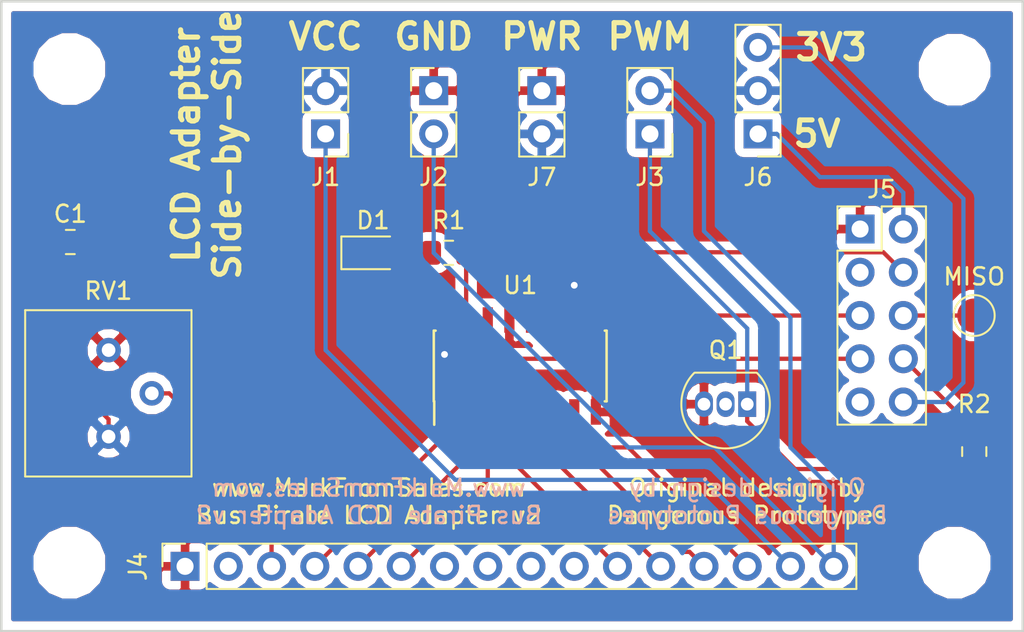
<source format=kicad_pcb>
(kicad_pcb (version 20171130) (host pcbnew "(5.0.2)-1")

  (general
    (thickness 1.6)
    (drawings 16)
    (tracks 81)
    (zones 0)
    (modules 19)
    (nets 24)
  )

  (page A4)
  (layers
    (0 F.Cu signal)
    (31 B.Cu signal)
    (32 B.Adhes user)
    (33 F.Adhes user)
    (34 B.Paste user)
    (35 F.Paste user)
    (36 B.SilkS user)
    (37 F.SilkS user)
    (38 B.Mask user)
    (39 F.Mask user)
    (40 Dwgs.User user)
    (41 Cmts.User user)
    (42 Eco1.User user)
    (43 Eco2.User user)
    (44 Edge.Cuts user)
    (45 Margin user)
    (46 B.CrtYd user)
    (47 F.CrtYd user)
    (48 B.Fab user hide)
    (49 F.Fab user hide)
  )

  (setup
    (last_trace_width 0.25)
    (trace_clearance 0.2)
    (zone_clearance 0.508)
    (zone_45_only no)
    (trace_min 0.2)
    (segment_width 0.2)
    (edge_width 0.15)
    (via_size 0.8)
    (via_drill 0.4)
    (via_min_size 0.4)
    (via_min_drill 0.3)
    (uvia_size 0.3)
    (uvia_drill 0.1)
    (uvias_allowed no)
    (uvia_min_size 0.2)
    (uvia_min_drill 0.1)
    (pcb_text_width 0.3)
    (pcb_text_size 1.5 1.5)
    (mod_edge_width 0.15)
    (mod_text_size 1 1)
    (mod_text_width 0.15)
    (pad_size 1.524 1.524)
    (pad_drill 0.762)
    (pad_to_mask_clearance 0.051)
    (solder_mask_min_width 0.25)
    (aux_axis_origin 0 0)
    (visible_elements 7FFFFFFF)
    (pcbplotparams
      (layerselection 0x010fc_ffffffff)
      (usegerberextensions false)
      (usegerberattributes false)
      (usegerberadvancedattributes false)
      (creategerberjobfile false)
      (excludeedgelayer true)
      (linewidth 0.100000)
      (plotframeref false)
      (viasonmask false)
      (mode 1)
      (useauxorigin false)
      (hpglpennumber 1)
      (hpglpenspeed 20)
      (hpglpendiameter 15.000000)
      (psnegative false)
      (psa4output false)
      (plotreference true)
      (plotvalue false)
      (plotinvisibletext false)
      (padsonsilk false)
      (subtractmaskfromsilk false)
      (outputformat 1)
      (mirror false)
      (drillshape 0)
      (scaleselection 1)
      (outputdirectory "Gerbers-SxS/"))
  )

  (net 0 "")
  (net 1 GND)
  (net 2 "Net-(D1-Pad2)")
  (net 3 "Net-(J1-Pad1)")
  (net 4 "Net-(J2-Pad2)")
  (net 5 "Net-(J3-Pad1)")
  (net 6 "Net-(J4-Pad3)")
  (net 7 "Net-(J4-Pad4)")
  (net 8 "Net-(J4-Pad5)")
  (net 9 "Net-(J4-Pad6)")
  (net 10 "Net-(J4-Pad11)")
  (net 11 "Net-(J4-Pad12)")
  (net 12 "Net-(J4-Pad13)")
  (net 13 "Net-(J4-Pad14)")
  (net 14 /SWV50)
  (net 15 /CLK)
  (net 16 /CS)
  (net 17 /MISO)
  (net 18 /MOSI)
  (net 19 /AUX)
  (net 20 /SWV33)
  (net 21 "Net-(Q1-Pad2)")
  (net 22 "Net-(R1-Pad1)")
  (net 23 VCC)

  (net_class Default "This is the default net class."
    (clearance 0.2)
    (trace_width 0.25)
    (via_dia 0.8)
    (via_drill 0.4)
    (uvia_dia 0.3)
    (uvia_drill 0.1)
    (add_net /AUX)
    (add_net /CLK)
    (add_net /CS)
    (add_net /MISO)
    (add_net /MOSI)
    (add_net /SWV33)
    (add_net /SWV50)
    (add_net GND)
    (add_net "Net-(D1-Pad2)")
    (add_net "Net-(J1-Pad1)")
    (add_net "Net-(J2-Pad2)")
    (add_net "Net-(J3-Pad1)")
    (add_net "Net-(J4-Pad11)")
    (add_net "Net-(J4-Pad12)")
    (add_net "Net-(J4-Pad13)")
    (add_net "Net-(J4-Pad14)")
    (add_net "Net-(J4-Pad3)")
    (add_net "Net-(J4-Pad4)")
    (add_net "Net-(J4-Pad5)")
    (add_net "Net-(J4-Pad6)")
    (add_net "Net-(Q1-Pad2)")
    (add_net "Net-(R1-Pad1)")
    (add_net VCC)
  )

  (module Capacitor_SMD:C_0805_2012Metric_Pad1.15x1.40mm_HandSolder (layer F.Cu) (tedit 5B36C52B) (tstamp 5C5DE64B)
    (at 131.055 78.74)
    (descr "Capacitor SMD 0805 (2012 Metric), square (rectangular) end terminal, IPC_7351 nominal with elongated pad for handsoldering. (Body size source: https://docs.google.com/spreadsheets/d/1BsfQQcO9C6DZCsRaXUlFlo91Tg2WpOkGARC1WS5S8t0/edit?usp=sharing), generated with kicad-footprint-generator")
    (tags "capacitor handsolder")
    (path /5C535C59)
    (attr smd)
    (fp_text reference C1 (at 0 -1.65) (layer F.SilkS)
      (effects (font (size 1 1) (thickness 0.15)))
    )
    (fp_text value C (at 0 1.65) (layer F.Fab)
      (effects (font (size 1 1) (thickness 0.15)))
    )
    (fp_line (start -1 0.6) (end -1 -0.6) (layer F.Fab) (width 0.1))
    (fp_line (start -1 -0.6) (end 1 -0.6) (layer F.Fab) (width 0.1))
    (fp_line (start 1 -0.6) (end 1 0.6) (layer F.Fab) (width 0.1))
    (fp_line (start 1 0.6) (end -1 0.6) (layer F.Fab) (width 0.1))
    (fp_line (start -0.261252 -0.71) (end 0.261252 -0.71) (layer F.SilkS) (width 0.12))
    (fp_line (start -0.261252 0.71) (end 0.261252 0.71) (layer F.SilkS) (width 0.12))
    (fp_line (start -1.85 0.95) (end -1.85 -0.95) (layer F.CrtYd) (width 0.05))
    (fp_line (start -1.85 -0.95) (end 1.85 -0.95) (layer F.CrtYd) (width 0.05))
    (fp_line (start 1.85 -0.95) (end 1.85 0.95) (layer F.CrtYd) (width 0.05))
    (fp_line (start 1.85 0.95) (end -1.85 0.95) (layer F.CrtYd) (width 0.05))
    (fp_text user %R (at 0 0) (layer F.Fab)
      (effects (font (size 0.5 0.5) (thickness 0.08)))
    )
    (pad 1 smd roundrect (at -1.025 0) (size 1.15 1.4) (layers F.Cu F.Paste F.Mask) (roundrect_rratio 0.217391)
      (net 23 VCC))
    (pad 2 smd roundrect (at 1.025 0) (size 1.15 1.4) (layers F.Cu F.Paste F.Mask) (roundrect_rratio 0.217391)
      (net 1 GND))
    (model ${KISYS3DMOD}/Capacitor_SMD.3dshapes/C_0805_2012Metric.wrl
      (at (xyz 0 0 0))
      (scale (xyz 1 1 1))
      (rotate (xyz 0 0 0))
    )
  )

  (module LED_SMD:LED_0805_2012Metric_Pad1.15x1.40mm_HandSolder (layer F.Cu) (tedit 5B4B45C9) (tstamp 5C5DE65E)
    (at 148.835 79.375)
    (descr "LED SMD 0805 (2012 Metric), square (rectangular) end terminal, IPC_7351 nominal, (Body size source: https://docs.google.com/spreadsheets/d/1BsfQQcO9C6DZCsRaXUlFlo91Tg2WpOkGARC1WS5S8t0/edit?usp=sharing), generated with kicad-footprint-generator")
    (tags "LED handsolder")
    (path /5C5430F2)
    (attr smd)
    (fp_text reference D1 (at 0 -1.905) (layer F.SilkS)
      (effects (font (size 1 1) (thickness 0.15)))
    )
    (fp_text value LED (at 0 1.65) (layer F.Fab)
      (effects (font (size 1 1) (thickness 0.15)))
    )
    (fp_line (start 1 -0.6) (end -0.7 -0.6) (layer F.Fab) (width 0.1))
    (fp_line (start -0.7 -0.6) (end -1 -0.3) (layer F.Fab) (width 0.1))
    (fp_line (start -1 -0.3) (end -1 0.6) (layer F.Fab) (width 0.1))
    (fp_line (start -1 0.6) (end 1 0.6) (layer F.Fab) (width 0.1))
    (fp_line (start 1 0.6) (end 1 -0.6) (layer F.Fab) (width 0.1))
    (fp_line (start 1 -0.96) (end -1.86 -0.96) (layer F.SilkS) (width 0.12))
    (fp_line (start -1.86 -0.96) (end -1.86 0.96) (layer F.SilkS) (width 0.12))
    (fp_line (start -1.86 0.96) (end 1 0.96) (layer F.SilkS) (width 0.12))
    (fp_line (start -1.85 0.95) (end -1.85 -0.95) (layer F.CrtYd) (width 0.05))
    (fp_line (start -1.85 -0.95) (end 1.85 -0.95) (layer F.CrtYd) (width 0.05))
    (fp_line (start 1.85 -0.95) (end 1.85 0.95) (layer F.CrtYd) (width 0.05))
    (fp_line (start 1.85 0.95) (end -1.85 0.95) (layer F.CrtYd) (width 0.05))
    (fp_text user %R (at 0 0) (layer F.Fab)
      (effects (font (size 0.5 0.5) (thickness 0.08)))
    )
    (pad 1 smd roundrect (at -1.025 0) (size 1.15 1.4) (layers F.Cu F.Paste F.Mask) (roundrect_rratio 0.217391)
      (net 1 GND))
    (pad 2 smd roundrect (at 1.025 0) (size 1.15 1.4) (layers F.Cu F.Paste F.Mask) (roundrect_rratio 0.217391)
      (net 2 "Net-(D1-Pad2)"))
    (model ${KISYS3DMOD}/LED_SMD.3dshapes/LED_0805_2012Metric.wrl
      (at (xyz 0 0 0))
      (scale (xyz 1 1 1))
      (rotate (xyz 0 0 0))
    )
  )

  (module Connector_PinHeader_2.54mm:PinHeader_1x02_P2.54mm_Vertical (layer F.Cu) (tedit 5C5210E6) (tstamp 5C5E01DC)
    (at 146.05 72.39 180)
    (descr "Through hole straight pin header, 1x02, 2.54mm pitch, single row")
    (tags "Through hole pin header THT 1x02 2.54mm single row")
    (path /5C546D70)
    (fp_text reference J1 (at 0 -2.54 180) (layer F.SilkS)
      (effects (font (size 1 1) (thickness 0.15)))
    )
    (fp_text value Jmp_Anode (at 0 4.87 180) (layer F.Fab)
      (effects (font (size 1 1) (thickness 0.15)))
    )
    (fp_text user %R (at 0 1.27 270) (layer F.Fab)
      (effects (font (size 1 1) (thickness 0.15)))
    )
    (fp_line (start 1.8 -1.8) (end -1.8 -1.8) (layer F.CrtYd) (width 0.05))
    (fp_line (start 1.8 4.35) (end 1.8 -1.8) (layer F.CrtYd) (width 0.05))
    (fp_line (start -1.8 4.35) (end 1.8 4.35) (layer F.CrtYd) (width 0.05))
    (fp_line (start -1.8 -1.8) (end -1.8 4.35) (layer F.CrtYd) (width 0.05))
    (fp_line (start -1.33 -1.33) (end 0 -1.33) (layer F.SilkS) (width 0.12))
    (fp_line (start -1.33 0) (end -1.33 -1.33) (layer F.SilkS) (width 0.12))
    (fp_line (start -1.33 1.27) (end 1.33 1.27) (layer F.SilkS) (width 0.12))
    (fp_line (start 1.33 1.27) (end 1.33 3.87) (layer F.SilkS) (width 0.12))
    (fp_line (start -1.33 1.27) (end -1.33 3.87) (layer F.SilkS) (width 0.12))
    (fp_line (start -1.33 3.87) (end 1.33 3.87) (layer F.SilkS) (width 0.12))
    (fp_line (start -1.27 -0.635) (end -0.635 -1.27) (layer F.Fab) (width 0.1))
    (fp_line (start -1.27 3.81) (end -1.27 -0.635) (layer F.Fab) (width 0.1))
    (fp_line (start 1.27 3.81) (end -1.27 3.81) (layer F.Fab) (width 0.1))
    (fp_line (start 1.27 -1.27) (end 1.27 3.81) (layer F.Fab) (width 0.1))
    (fp_line (start -0.635 -1.27) (end 1.27 -1.27) (layer F.Fab) (width 0.1))
    (pad 2 thru_hole oval (at 0 2.54 180) (size 1.7 1.7) (drill 1) (layers *.Cu *.Mask)
      (net 23 VCC))
    (pad 1 thru_hole rect (at 0 0 180) (size 1.7 1.7) (drill 1) (layers *.Cu *.Mask)
      (net 3 "Net-(J1-Pad1)"))
    (model ${KISYS3DMOD}/Connector_PinHeader_2.54mm.3dshapes/PinHeader_1x02_P2.54mm_Vertical.wrl
      (at (xyz 0 0 0))
      (scale (xyz 1 1 1))
      (rotate (xyz 0 0 0))
    )
  )

  (module Connector_PinHeader_2.54mm:PinHeader_1x02_P2.54mm_Vertical (layer F.Cu) (tedit 5C5210E9) (tstamp 5C5DE68A)
    (at 152.4 69.85)
    (descr "Through hole straight pin header, 1x02, 2.54mm pitch, single row")
    (tags "Through hole pin header THT 1x02 2.54mm single row")
    (path /5C546D14)
    (fp_text reference J2 (at 0 5.08) (layer F.SilkS)
      (effects (font (size 1 1) (thickness 0.15)))
    )
    (fp_text value Jmp_Cathode (at 0 4.87) (layer F.Fab)
      (effects (font (size 1 1) (thickness 0.15)))
    )
    (fp_line (start -0.635 -1.27) (end 1.27 -1.27) (layer F.Fab) (width 0.1))
    (fp_line (start 1.27 -1.27) (end 1.27 3.81) (layer F.Fab) (width 0.1))
    (fp_line (start 1.27 3.81) (end -1.27 3.81) (layer F.Fab) (width 0.1))
    (fp_line (start -1.27 3.81) (end -1.27 -0.635) (layer F.Fab) (width 0.1))
    (fp_line (start -1.27 -0.635) (end -0.635 -1.27) (layer F.Fab) (width 0.1))
    (fp_line (start -1.33 3.87) (end 1.33 3.87) (layer F.SilkS) (width 0.12))
    (fp_line (start -1.33 1.27) (end -1.33 3.87) (layer F.SilkS) (width 0.12))
    (fp_line (start 1.33 1.27) (end 1.33 3.87) (layer F.SilkS) (width 0.12))
    (fp_line (start -1.33 1.27) (end 1.33 1.27) (layer F.SilkS) (width 0.12))
    (fp_line (start -1.33 0) (end -1.33 -1.33) (layer F.SilkS) (width 0.12))
    (fp_line (start -1.33 -1.33) (end 0 -1.33) (layer F.SilkS) (width 0.12))
    (fp_line (start -1.8 -1.8) (end -1.8 4.35) (layer F.CrtYd) (width 0.05))
    (fp_line (start -1.8 4.35) (end 1.8 4.35) (layer F.CrtYd) (width 0.05))
    (fp_line (start 1.8 4.35) (end 1.8 -1.8) (layer F.CrtYd) (width 0.05))
    (fp_line (start 1.8 -1.8) (end -1.8 -1.8) (layer F.CrtYd) (width 0.05))
    (fp_text user %R (at 0 1.27 90) (layer F.Fab)
      (effects (font (size 1 1) (thickness 0.15)))
    )
    (pad 1 thru_hole rect (at 0 0) (size 1.7 1.7) (drill 1) (layers *.Cu *.Mask)
      (net 1 GND))
    (pad 2 thru_hole oval (at 0 2.54) (size 1.7 1.7) (drill 1) (layers *.Cu *.Mask)
      (net 4 "Net-(J2-Pad2)"))
    (model ${KISYS3DMOD}/Connector_PinHeader_2.54mm.3dshapes/PinHeader_1x02_P2.54mm_Vertical.wrl
      (at (xyz 0 0 0))
      (scale (xyz 1 1 1))
      (rotate (xyz 0 0 0))
    )
  )

  (module Connector_PinHeader_2.54mm:PinHeader_1x02_P2.54mm_Vertical (layer F.Cu) (tedit 59FED5CC) (tstamp 5C5E0627)
    (at 165.1 72.39 180)
    (descr "Through hole straight pin header, 1x02, 2.54mm pitch, single row")
    (tags "Through hole pin header THT 1x02 2.54mm single row")
    (path /5C5486F5)
    (fp_text reference J3 (at 0 -2.54 180) (layer F.SilkS)
      (effects (font (size 1 1) (thickness 0.15)))
    )
    (fp_text value Jmp_PWM (at 0 4.87 180) (layer F.Fab)
      (effects (font (size 1 1) (thickness 0.15)))
    )
    (fp_line (start -0.635 -1.27) (end 1.27 -1.27) (layer F.Fab) (width 0.1))
    (fp_line (start 1.27 -1.27) (end 1.27 3.81) (layer F.Fab) (width 0.1))
    (fp_line (start 1.27 3.81) (end -1.27 3.81) (layer F.Fab) (width 0.1))
    (fp_line (start -1.27 3.81) (end -1.27 -0.635) (layer F.Fab) (width 0.1))
    (fp_line (start -1.27 -0.635) (end -0.635 -1.27) (layer F.Fab) (width 0.1))
    (fp_line (start -1.33 3.87) (end 1.33 3.87) (layer F.SilkS) (width 0.12))
    (fp_line (start -1.33 1.27) (end -1.33 3.87) (layer F.SilkS) (width 0.12))
    (fp_line (start 1.33 1.27) (end 1.33 3.87) (layer F.SilkS) (width 0.12))
    (fp_line (start -1.33 1.27) (end 1.33 1.27) (layer F.SilkS) (width 0.12))
    (fp_line (start -1.33 0) (end -1.33 -1.33) (layer F.SilkS) (width 0.12))
    (fp_line (start -1.33 -1.33) (end 0 -1.33) (layer F.SilkS) (width 0.12))
    (fp_line (start -1.8 -1.8) (end -1.8 4.35) (layer F.CrtYd) (width 0.05))
    (fp_line (start -1.8 4.35) (end 1.8 4.35) (layer F.CrtYd) (width 0.05))
    (fp_line (start 1.8 4.35) (end 1.8 -1.8) (layer F.CrtYd) (width 0.05))
    (fp_line (start 1.8 -1.8) (end -1.8 -1.8) (layer F.CrtYd) (width 0.05))
    (fp_text user %R (at 0 1.27 270) (layer F.Fab)
      (effects (font (size 1 1) (thickness 0.15)))
    )
    (pad 1 thru_hole rect (at 0 0 180) (size 1.7 1.7) (drill 1) (layers *.Cu *.Mask)
      (net 5 "Net-(J3-Pad1)"))
    (pad 2 thru_hole oval (at 0 2.54 180) (size 1.7 1.7) (drill 1) (layers *.Cu *.Mask)
      (net 4 "Net-(J2-Pad2)"))
    (model ${KISYS3DMOD}/Connector_PinHeader_2.54mm.3dshapes/PinHeader_1x02_P2.54mm_Vertical.wrl
      (at (xyz 0 0 0))
      (scale (xyz 1 1 1))
      (rotate (xyz 0 0 0))
    )
  )

  (module Connector_PinSocket_2.54mm:PinSocket_1x16_P2.54mm_Vertical (layer F.Cu) (tedit 5A19A41E) (tstamp 5C5DE6C4)
    (at 137.795 97.79 90)
    (descr "Through hole straight socket strip, 1x16, 2.54mm pitch, single row (from Kicad 4.0.7), script generated")
    (tags "Through hole socket strip THT 1x16 2.54mm single row")
    (path /5C524AD3)
    (fp_text reference J4 (at 0 -2.77 90) (layer F.SilkS)
      (effects (font (size 1 1) (thickness 0.15)))
    )
    (fp_text value Conn_LCD (at 0 40.87 90) (layer F.Fab)
      (effects (font (size 1 1) (thickness 0.15)))
    )
    (fp_line (start -1.27 -1.27) (end 0.635 -1.27) (layer F.Fab) (width 0.1))
    (fp_line (start 0.635 -1.27) (end 1.27 -0.635) (layer F.Fab) (width 0.1))
    (fp_line (start 1.27 -0.635) (end 1.27 39.37) (layer F.Fab) (width 0.1))
    (fp_line (start 1.27 39.37) (end -1.27 39.37) (layer F.Fab) (width 0.1))
    (fp_line (start -1.27 39.37) (end -1.27 -1.27) (layer F.Fab) (width 0.1))
    (fp_line (start -1.33 1.27) (end 1.33 1.27) (layer F.SilkS) (width 0.12))
    (fp_line (start -1.33 1.27) (end -1.33 39.43) (layer F.SilkS) (width 0.12))
    (fp_line (start -1.33 39.43) (end 1.33 39.43) (layer F.SilkS) (width 0.12))
    (fp_line (start 1.33 1.27) (end 1.33 39.43) (layer F.SilkS) (width 0.12))
    (fp_line (start 1.33 -1.33) (end 1.33 0) (layer F.SilkS) (width 0.12))
    (fp_line (start 0 -1.33) (end 1.33 -1.33) (layer F.SilkS) (width 0.12))
    (fp_line (start -1.8 -1.8) (end 1.75 -1.8) (layer F.CrtYd) (width 0.05))
    (fp_line (start 1.75 -1.8) (end 1.75 39.9) (layer F.CrtYd) (width 0.05))
    (fp_line (start 1.75 39.9) (end -1.8 39.9) (layer F.CrtYd) (width 0.05))
    (fp_line (start -1.8 39.9) (end -1.8 -1.8) (layer F.CrtYd) (width 0.05))
    (fp_text user %R (at 0 19.05 180) (layer F.Fab)
      (effects (font (size 1 1) (thickness 0.15)))
    )
    (pad 1 thru_hole rect (at 0 0 90) (size 1.7 1.7) (drill 1) (layers *.Cu *.Mask)
      (net 1 GND))
    (pad 2 thru_hole oval (at 0 2.54 90) (size 1.7 1.7) (drill 1) (layers *.Cu *.Mask))
    (pad 3 thru_hole oval (at 0 5.08 90) (size 1.7 1.7) (drill 1) (layers *.Cu *.Mask)
      (net 6 "Net-(J4-Pad3)"))
    (pad 4 thru_hole oval (at 0 7.62 90) (size 1.7 1.7) (drill 1) (layers *.Cu *.Mask)
      (net 7 "Net-(J4-Pad4)"))
    (pad 5 thru_hole oval (at 0 10.16 90) (size 1.7 1.7) (drill 1) (layers *.Cu *.Mask)
      (net 8 "Net-(J4-Pad5)"))
    (pad 6 thru_hole oval (at 0 12.7 90) (size 1.7 1.7) (drill 1) (layers *.Cu *.Mask)
      (net 9 "Net-(J4-Pad6)"))
    (pad 7 thru_hole oval (at 0 15.24 90) (size 1.7 1.7) (drill 1) (layers *.Cu *.Mask))
    (pad 8 thru_hole oval (at 0 17.78 90) (size 1.7 1.7) (drill 1) (layers *.Cu *.Mask))
    (pad 9 thru_hole oval (at 0 20.32 90) (size 1.7 1.7) (drill 1) (layers *.Cu *.Mask))
    (pad 10 thru_hole oval (at 0 22.86 90) (size 1.7 1.7) (drill 1) (layers *.Cu *.Mask))
    (pad 11 thru_hole oval (at 0 25.4 90) (size 1.7 1.7) (drill 1) (layers *.Cu *.Mask)
      (net 10 "Net-(J4-Pad11)"))
    (pad 12 thru_hole oval (at 0 27.94 90) (size 1.7 1.7) (drill 1) (layers *.Cu *.Mask)
      (net 11 "Net-(J4-Pad12)"))
    (pad 13 thru_hole oval (at 0 30.48 90) (size 1.7 1.7) (drill 1) (layers *.Cu *.Mask)
      (net 12 "Net-(J4-Pad13)"))
    (pad 14 thru_hole oval (at 0 33.02 90) (size 1.7 1.7) (drill 1) (layers *.Cu *.Mask)
      (net 13 "Net-(J4-Pad14)"))
    (pad 15 thru_hole oval (at 0 35.56 90) (size 1.7 1.7) (drill 1) (layers *.Cu *.Mask)
      (net 3 "Net-(J1-Pad1)"))
    (pad 16 thru_hole oval (at 0 38.1 90) (size 1.7 1.7) (drill 1) (layers *.Cu *.Mask)
      (net 4 "Net-(J2-Pad2)"))
    (model ${KISYS3DMOD}/Connector_PinSocket_2.54mm.3dshapes/PinSocket_1x16_P2.54mm_Vertical.wrl
      (at (xyz 0 0 0))
      (scale (xyz 1 1 1))
      (rotate (xyz 0 0 0))
    )
  )

  (module Connector_PinHeader_2.54mm:PinHeader_2x05_P2.54mm_Vertical (layer F.Cu) (tedit 59FED5CC) (tstamp 5C5DF19D)
    (at 177.4444 77.978)
    (descr "Through hole straight pin header, 2x05, 2.54mm pitch, double rows")
    (tags "Through hole pin header THT 2x05 2.54mm double row")
    (path /5C524F97)
    (fp_text reference J5 (at 1.27 -2.33) (layer F.SilkS)
      (effects (font (size 1 1) (thickness 0.15)))
    )
    (fp_text value Conn_BusPirate (at 1.27 12.49) (layer F.Fab)
      (effects (font (size 1 1) (thickness 0.15)))
    )
    (fp_line (start 0 -1.27) (end 3.81 -1.27) (layer F.Fab) (width 0.1))
    (fp_line (start 3.81 -1.27) (end 3.81 11.43) (layer F.Fab) (width 0.1))
    (fp_line (start 3.81 11.43) (end -1.27 11.43) (layer F.Fab) (width 0.1))
    (fp_line (start -1.27 11.43) (end -1.27 0) (layer F.Fab) (width 0.1))
    (fp_line (start -1.27 0) (end 0 -1.27) (layer F.Fab) (width 0.1))
    (fp_line (start -1.33 11.49) (end 3.87 11.49) (layer F.SilkS) (width 0.12))
    (fp_line (start -1.33 1.27) (end -1.33 11.49) (layer F.SilkS) (width 0.12))
    (fp_line (start 3.87 -1.33) (end 3.87 11.49) (layer F.SilkS) (width 0.12))
    (fp_line (start -1.33 1.27) (end 1.27 1.27) (layer F.SilkS) (width 0.12))
    (fp_line (start 1.27 1.27) (end 1.27 -1.33) (layer F.SilkS) (width 0.12))
    (fp_line (start 1.27 -1.33) (end 3.87 -1.33) (layer F.SilkS) (width 0.12))
    (fp_line (start -1.33 0) (end -1.33 -1.33) (layer F.SilkS) (width 0.12))
    (fp_line (start -1.33 -1.33) (end 0 -1.33) (layer F.SilkS) (width 0.12))
    (fp_line (start -1.8 -1.8) (end -1.8 11.95) (layer F.CrtYd) (width 0.05))
    (fp_line (start -1.8 11.95) (end 4.35 11.95) (layer F.CrtYd) (width 0.05))
    (fp_line (start 4.35 11.95) (end 4.35 -1.8) (layer F.CrtYd) (width 0.05))
    (fp_line (start 4.35 -1.8) (end -1.8 -1.8) (layer F.CrtYd) (width 0.05))
    (fp_text user %R (at 1.27 5.08 90) (layer F.Fab)
      (effects (font (size 1 1) (thickness 0.15)))
    )
    (pad 1 thru_hole rect (at 0 0) (size 1.7 1.7) (drill 1) (layers *.Cu *.Mask)
      (net 1 GND))
    (pad 2 thru_hole oval (at 2.54 0) (size 1.7 1.7) (drill 1) (layers *.Cu *.Mask)
      (net 14 /SWV50))
    (pad 3 thru_hole oval (at 0 2.54) (size 1.7 1.7) (drill 1) (layers *.Cu *.Mask))
    (pad 4 thru_hole oval (at 2.54 2.54) (size 1.7 1.7) (drill 1) (layers *.Cu *.Mask)
      (net 15 /CLK))
    (pad 5 thru_hole oval (at 0 5.08) (size 1.7 1.7) (drill 1) (layers *.Cu *.Mask)
      (net 16 /CS))
    (pad 6 thru_hole oval (at 2.54 5.08) (size 1.7 1.7) (drill 1) (layers *.Cu *.Mask)
      (net 17 /MISO))
    (pad 7 thru_hole oval (at 0 7.62) (size 1.7 1.7) (drill 1) (layers *.Cu *.Mask)
      (net 18 /MOSI))
    (pad 8 thru_hole oval (at 2.54 7.62) (size 1.7 1.7) (drill 1) (layers *.Cu *.Mask)
      (net 19 /AUX))
    (pad 9 thru_hole oval (at 0 10.16) (size 1.7 1.7) (drill 1) (layers *.Cu *.Mask))
    (pad 10 thru_hole oval (at 2.54 10.16) (size 1.7 1.7) (drill 1) (layers *.Cu *.Mask)
      (net 20 /SWV33))
    (model ${KISYS3DMOD}/Connector_PinHeader_2.54mm.3dshapes/PinHeader_2x05_P2.54mm_Vertical.wrl
      (at (xyz 0 0 0))
      (scale (xyz 1 1 1))
      (rotate (xyz 0 0 0))
    )
  )

  (module Connector_PinHeader_2.54mm:PinHeader_1x03_P2.54mm_Vertical (layer F.Cu) (tedit 5C5210F6) (tstamp 5C5DE6FB)
    (at 171.45 72.39 180)
    (descr "Through hole straight pin header, 1x03, 2.54mm pitch, single row")
    (tags "Through hole pin header THT 1x03 2.54mm single row")
    (path /5C524833)
    (fp_text reference J6 (at 0 -2.54 180) (layer F.SilkS)
      (effects (font (size 1 1) (thickness 0.15)))
    )
    (fp_text value Power_Select (at 0 7.41 180) (layer F.Fab)
      (effects (font (size 1 1) (thickness 0.15)))
    )
    (fp_line (start -0.635 -1.27) (end 1.27 -1.27) (layer F.Fab) (width 0.1))
    (fp_line (start 1.27 -1.27) (end 1.27 6.35) (layer F.Fab) (width 0.1))
    (fp_line (start 1.27 6.35) (end -1.27 6.35) (layer F.Fab) (width 0.1))
    (fp_line (start -1.27 6.35) (end -1.27 -0.635) (layer F.Fab) (width 0.1))
    (fp_line (start -1.27 -0.635) (end -0.635 -1.27) (layer F.Fab) (width 0.1))
    (fp_line (start -1.33 6.41) (end 1.33 6.41) (layer F.SilkS) (width 0.12))
    (fp_line (start -1.33 1.27) (end -1.33 6.41) (layer F.SilkS) (width 0.12))
    (fp_line (start 1.33 1.27) (end 1.33 6.41) (layer F.SilkS) (width 0.12))
    (fp_line (start -1.33 1.27) (end 1.33 1.27) (layer F.SilkS) (width 0.12))
    (fp_line (start -1.33 0) (end -1.33 -1.33) (layer F.SilkS) (width 0.12))
    (fp_line (start -1.33 -1.33) (end 0 -1.33) (layer F.SilkS) (width 0.12))
    (fp_line (start -1.8 -1.8) (end -1.8 6.85) (layer F.CrtYd) (width 0.05))
    (fp_line (start -1.8 6.85) (end 1.8 6.85) (layer F.CrtYd) (width 0.05))
    (fp_line (start 1.8 6.85) (end 1.8 -1.8) (layer F.CrtYd) (width 0.05))
    (fp_line (start 1.8 -1.8) (end -1.8 -1.8) (layer F.CrtYd) (width 0.05))
    (fp_text user %R (at 0 2.54 270) (layer F.Fab)
      (effects (font (size 1 1) (thickness 0.15)))
    )
    (pad 1 thru_hole rect (at 0 0 180) (size 1.7 1.7) (drill 1) (layers *.Cu *.Mask)
      (net 14 /SWV50))
    (pad 2 thru_hole oval (at 0 2.54 180) (size 1.7 1.7) (drill 1) (layers *.Cu *.Mask)
      (net 23 VCC))
    (pad 3 thru_hole oval (at 0 5.08 180) (size 1.7 1.7) (drill 1) (layers *.Cu *.Mask)
      (net 20 /SWV33))
    (model ${KISYS3DMOD}/Connector_PinHeader_2.54mm.3dshapes/PinHeader_1x03_P2.54mm_Vertical.wrl
      (at (xyz 0 0 0))
      (scale (xyz 1 1 1))
      (rotate (xyz 0 0 0))
    )
  )

  (module Package_TO_SOT_THT:TO-92_Inline (layer F.Cu) (tedit 5A1DD157) (tstamp 5C5DE70D)
    (at 170.815 88.265 180)
    (descr "TO-92 leads in-line, narrow, oval pads, drill 0.75mm (see NXP sot054_po.pdf)")
    (tags "to-92 sc-43 sc-43a sot54 PA33 transistor")
    (path /5C54B134)
    (fp_text reference Q1 (at 1.27 3.175 180) (layer F.SilkS)
      (effects (font (size 1 1) (thickness 0.15)))
    )
    (fp_text value BC337 (at 1.27 2.79 180) (layer F.Fab)
      (effects (font (size 1 1) (thickness 0.15)))
    )
    (fp_text user %R (at 1.27 -3.56 180) (layer F.Fab)
      (effects (font (size 1 1) (thickness 0.15)))
    )
    (fp_line (start -0.53 1.85) (end 3.07 1.85) (layer F.SilkS) (width 0.12))
    (fp_line (start -0.5 1.75) (end 3 1.75) (layer F.Fab) (width 0.1))
    (fp_line (start -1.46 -2.73) (end 4 -2.73) (layer F.CrtYd) (width 0.05))
    (fp_line (start -1.46 -2.73) (end -1.46 2.01) (layer F.CrtYd) (width 0.05))
    (fp_line (start 4 2.01) (end 4 -2.73) (layer F.CrtYd) (width 0.05))
    (fp_line (start 4 2.01) (end -1.46 2.01) (layer F.CrtYd) (width 0.05))
    (fp_arc (start 1.27 0) (end 1.27 -2.48) (angle 135) (layer F.Fab) (width 0.1))
    (fp_arc (start 1.27 0) (end 1.27 -2.6) (angle -135) (layer F.SilkS) (width 0.12))
    (fp_arc (start 1.27 0) (end 1.27 -2.48) (angle -135) (layer F.Fab) (width 0.1))
    (fp_arc (start 1.27 0) (end 1.27 -2.6) (angle 135) (layer F.SilkS) (width 0.12))
    (pad 2 thru_hole oval (at 1.27 0 180) (size 1.05 1.5) (drill 0.75) (layers *.Cu *.Mask)
      (net 21 "Net-(Q1-Pad2)"))
    (pad 3 thru_hole oval (at 2.54 0 180) (size 1.05 1.5) (drill 0.75) (layers *.Cu *.Mask)
      (net 1 GND))
    (pad 1 thru_hole rect (at 0 0 180) (size 1.05 1.5) (drill 0.75) (layers *.Cu *.Mask)
      (net 5 "Net-(J3-Pad1)"))
    (model ${KISYS3DMOD}/Package_TO_SOT_THT.3dshapes/TO-92_Inline.wrl
      (at (xyz 0 0 0))
      (scale (xyz 1 1 1))
      (rotate (xyz 0 0 0))
    )
  )

  (module Resistor_SMD:R_0805_2012Metric_Pad1.15x1.40mm_HandSolder (layer F.Cu) (tedit 5B36C52B) (tstamp 5C5DE71E)
    (at 153.28 79.375 180)
    (descr "Resistor SMD 0805 (2012 Metric), square (rectangular) end terminal, IPC_7351 nominal with elongated pad for handsoldering. (Body size source: https://docs.google.com/spreadsheets/d/1BsfQQcO9C6DZCsRaXUlFlo91Tg2WpOkGARC1WS5S8t0/edit?usp=sharing), generated with kicad-footprint-generator")
    (tags "resistor handsolder")
    (path /5C54303E)
    (attr smd)
    (fp_text reference R1 (at 0 1.905 180) (layer F.SilkS)
      (effects (font (size 1 1) (thickness 0.15)))
    )
    (fp_text value 1K (at 0 1.65 180) (layer F.Fab)
      (effects (font (size 1 1) (thickness 0.15)))
    )
    (fp_line (start -1 0.6) (end -1 -0.6) (layer F.Fab) (width 0.1))
    (fp_line (start -1 -0.6) (end 1 -0.6) (layer F.Fab) (width 0.1))
    (fp_line (start 1 -0.6) (end 1 0.6) (layer F.Fab) (width 0.1))
    (fp_line (start 1 0.6) (end -1 0.6) (layer F.Fab) (width 0.1))
    (fp_line (start -0.261252 -0.71) (end 0.261252 -0.71) (layer F.SilkS) (width 0.12))
    (fp_line (start -0.261252 0.71) (end 0.261252 0.71) (layer F.SilkS) (width 0.12))
    (fp_line (start -1.85 0.95) (end -1.85 -0.95) (layer F.CrtYd) (width 0.05))
    (fp_line (start -1.85 -0.95) (end 1.85 -0.95) (layer F.CrtYd) (width 0.05))
    (fp_line (start 1.85 -0.95) (end 1.85 0.95) (layer F.CrtYd) (width 0.05))
    (fp_line (start 1.85 0.95) (end -1.85 0.95) (layer F.CrtYd) (width 0.05))
    (fp_text user %R (at 0 0 180) (layer F.Fab)
      (effects (font (size 0.5 0.5) (thickness 0.08)))
    )
    (pad 1 smd roundrect (at -1.025 0 180) (size 1.15 1.4) (layers F.Cu F.Paste F.Mask) (roundrect_rratio 0.217391)
      (net 22 "Net-(R1-Pad1)"))
    (pad 2 smd roundrect (at 1.025 0 180) (size 1.15 1.4) (layers F.Cu F.Paste F.Mask) (roundrect_rratio 0.217391)
      (net 2 "Net-(D1-Pad2)"))
    (model ${KISYS3DMOD}/Resistor_SMD.3dshapes/R_0805_2012Metric.wrl
      (at (xyz 0 0 0))
      (scale (xyz 1 1 1))
      (rotate (xyz 0 0 0))
    )
  )

  (module Resistor_SMD:R_0805_2012Metric_Pad1.15x1.40mm_HandSolder (layer F.Cu) (tedit 5B36C52B) (tstamp 5C5DE72F)
    (at 184.15 91.05 90)
    (descr "Resistor SMD 0805 (2012 Metric), square (rectangular) end terminal, IPC_7351 nominal with elongated pad for handsoldering. (Body size source: https://docs.google.com/spreadsheets/d/1BsfQQcO9C6DZCsRaXUlFlo91Tg2WpOkGARC1WS5S8t0/edit?usp=sharing), generated with kicad-footprint-generator")
    (tags "resistor handsolder")
    (path /5C54B038)
    (attr smd)
    (fp_text reference R2 (at 2.785 0 180) (layer F.SilkS)
      (effects (font (size 1 1) (thickness 0.15)))
    )
    (fp_text value 1K (at 0 1.65 90) (layer F.Fab)
      (effects (font (size 1 1) (thickness 0.15)))
    )
    (fp_text user %R (at 0 0 90) (layer F.Fab)
      (effects (font (size 0.5 0.5) (thickness 0.08)))
    )
    (fp_line (start 1.85 0.95) (end -1.85 0.95) (layer F.CrtYd) (width 0.05))
    (fp_line (start 1.85 -0.95) (end 1.85 0.95) (layer F.CrtYd) (width 0.05))
    (fp_line (start -1.85 -0.95) (end 1.85 -0.95) (layer F.CrtYd) (width 0.05))
    (fp_line (start -1.85 0.95) (end -1.85 -0.95) (layer F.CrtYd) (width 0.05))
    (fp_line (start -0.261252 0.71) (end 0.261252 0.71) (layer F.SilkS) (width 0.12))
    (fp_line (start -0.261252 -0.71) (end 0.261252 -0.71) (layer F.SilkS) (width 0.12))
    (fp_line (start 1 0.6) (end -1 0.6) (layer F.Fab) (width 0.1))
    (fp_line (start 1 -0.6) (end 1 0.6) (layer F.Fab) (width 0.1))
    (fp_line (start -1 -0.6) (end 1 -0.6) (layer F.Fab) (width 0.1))
    (fp_line (start -1 0.6) (end -1 -0.6) (layer F.Fab) (width 0.1))
    (pad 2 smd roundrect (at 1.025 0 90) (size 1.15 1.4) (layers F.Cu F.Paste F.Mask) (roundrect_rratio 0.217391)
      (net 19 /AUX))
    (pad 1 smd roundrect (at -1.025 0 90) (size 1.15 1.4) (layers F.Cu F.Paste F.Mask) (roundrect_rratio 0.217391)
      (net 21 "Net-(Q1-Pad2)"))
    (model ${KISYS3DMOD}/Resistor_SMD.3dshapes/R_0805_2012Metric.wrl
      (at (xyz 0 0 0))
      (scale (xyz 1 1 1))
      (rotate (xyz 0 0 0))
    )
  )

  (module Potentiometer_THT:Potentiometer_Bourns_3386P_Vertical (layer F.Cu) (tedit 5AA07388) (tstamp 5C5DE746)
    (at 133.303001 90.17)
    (descr "Potentiometer, vertical, Bourns 3386P, https://www.bourns.com/pdfs/3386.pdf")
    (tags "Potentiometer vertical Bourns 3386P")
    (path /5C528562)
    (fp_text reference RV1 (at -0.015 -8.555) (layer F.SilkS)
      (effects (font (size 1 1) (thickness 0.15)))
    )
    (fp_text value 10K (at -0.015 3.475) (layer F.Fab)
      (effects (font (size 1 1) (thickness 0.15)))
    )
    (fp_circle (center -0.891 -2.54) (end 0.684 -2.54) (layer F.Fab) (width 0.1))
    (fp_line (start -4.78 -7.305) (end -4.78 2.225) (layer F.Fab) (width 0.1))
    (fp_line (start -4.78 2.225) (end 4.75 2.225) (layer F.Fab) (width 0.1))
    (fp_line (start 4.75 2.225) (end 4.75 -7.305) (layer F.Fab) (width 0.1))
    (fp_line (start 4.75 -7.305) (end -4.78 -7.305) (layer F.Fab) (width 0.1))
    (fp_line (start -0.891 -0.98) (end -0.89 -4.099) (layer F.Fab) (width 0.1))
    (fp_line (start -0.891 -0.98) (end -0.89 -4.099) (layer F.Fab) (width 0.1))
    (fp_line (start -4.9 -7.425) (end 4.87 -7.425) (layer F.SilkS) (width 0.12))
    (fp_line (start -4.9 2.345) (end 4.87 2.345) (layer F.SilkS) (width 0.12))
    (fp_line (start -4.9 -7.425) (end -4.9 2.345) (layer F.SilkS) (width 0.12))
    (fp_line (start 4.87 -7.425) (end 4.87 2.345) (layer F.SilkS) (width 0.12))
    (fp_line (start -5.03 -7.56) (end -5.03 2.48) (layer F.CrtYd) (width 0.05))
    (fp_line (start -5.03 2.48) (end 5 2.48) (layer F.CrtYd) (width 0.05))
    (fp_line (start 5 2.48) (end 5 -7.56) (layer F.CrtYd) (width 0.05))
    (fp_line (start 5 -7.56) (end -5.03 -7.56) (layer F.CrtYd) (width 0.05))
    (fp_text user %R (at -3.78 -2.54 90) (layer F.Fab)
      (effects (font (size 1 1) (thickness 0.15)))
    )
    (pad 3 thru_hole circle (at 0 -5.08) (size 1.44 1.44) (drill 0.8) (layers *.Cu *.Mask)
      (net 1 GND))
    (pad 2 thru_hole circle (at 2.54 -2.54) (size 1.44 1.44) (drill 0.8) (layers *.Cu *.Mask)
      (net 6 "Net-(J4-Pad3)"))
    (pad 1 thru_hole circle (at 0 0) (size 1.44 1.44) (drill 0.8) (layers *.Cu *.Mask)
      (net 23 VCC))
    (model ${KISYS3DMOD}/Potentiometer_THT.3dshapes/Potentiometer_Bourns_3386P_Vertical.wrl
      (at (xyz 0 0 0))
      (scale (xyz 1 1 1))
      (rotate (xyz 0 0 0))
    )
  )

  (module TestPoint:TestPoint_Pad_D2.0mm (layer F.Cu) (tedit 5C5127B7) (tstamp 5C5DE74E)
    (at 184.15 83.058)
    (descr "SMD pad as test Point, diameter 2.0mm")
    (tags "test point SMD pad")
    (path /5C53814E)
    (attr virtual)
    (fp_text reference TP1 (at 0.254 2.286) (layer F.SilkS) hide
      (effects (font (size 1 1) (thickness 0.15)))
    )
    (fp_text value TestPoint (at 0 2.05) (layer F.Fab)
      (effects (font (size 1 1) (thickness 0.15)))
    )
    (fp_text user %R (at 0 -2) (layer F.Fab)
      (effects (font (size 1 1) (thickness 0.15)))
    )
    (fp_circle (center 0 0) (end 1.5 0) (layer F.CrtYd) (width 0.05))
    (fp_circle (center 0 0) (end 0 1.2) (layer F.SilkS) (width 0.12))
    (pad 1 smd circle (at 0 0) (size 2 2) (layers F.Cu F.Mask)
      (net 17 /MISO))
  )

  (module Package_SO:SOIC-16_3.9x9.9mm_P1.27mm (layer F.Cu) (tedit 5A02F2D3) (tstamp 5C5DE773)
    (at 157.48 86.0222 90)
    (descr "16-Lead Plastic Small Outline (SL) - Narrow, 3.90 mm Body [SOIC] (see Microchip Packaging Specification 00000049BS.pdf)")
    (tags "SOIC 1.27")
    (path /5C528A0B)
    (attr smd)
    (fp_text reference U1 (at 4.7422 0 180) (layer F.SilkS)
      (effects (font (size 1 1) (thickness 0.15)))
    )
    (fp_text value 74HCT595 (at 0 6 90) (layer F.Fab)
      (effects (font (size 1 1) (thickness 0.15)))
    )
    (fp_text user %R (at 0 0 90) (layer F.Fab)
      (effects (font (size 0.9 0.9) (thickness 0.135)))
    )
    (fp_line (start -0.95 -4.95) (end 1.95 -4.95) (layer F.Fab) (width 0.15))
    (fp_line (start 1.95 -4.95) (end 1.95 4.95) (layer F.Fab) (width 0.15))
    (fp_line (start 1.95 4.95) (end -1.95 4.95) (layer F.Fab) (width 0.15))
    (fp_line (start -1.95 4.95) (end -1.95 -3.95) (layer F.Fab) (width 0.15))
    (fp_line (start -1.95 -3.95) (end -0.95 -4.95) (layer F.Fab) (width 0.15))
    (fp_line (start -3.7 -5.25) (end -3.7 5.25) (layer F.CrtYd) (width 0.05))
    (fp_line (start 3.7 -5.25) (end 3.7 5.25) (layer F.CrtYd) (width 0.05))
    (fp_line (start -3.7 -5.25) (end 3.7 -5.25) (layer F.CrtYd) (width 0.05))
    (fp_line (start -3.7 5.25) (end 3.7 5.25) (layer F.CrtYd) (width 0.05))
    (fp_line (start -2.075 -5.075) (end -2.075 -5.05) (layer F.SilkS) (width 0.15))
    (fp_line (start 2.075 -5.075) (end 2.075 -4.97) (layer F.SilkS) (width 0.15))
    (fp_line (start 2.075 5.075) (end 2.075 4.97) (layer F.SilkS) (width 0.15))
    (fp_line (start -2.075 5.075) (end -2.075 4.97) (layer F.SilkS) (width 0.15))
    (fp_line (start -2.075 -5.075) (end 2.075 -5.075) (layer F.SilkS) (width 0.15))
    (fp_line (start -2.075 5.075) (end 2.075 5.075) (layer F.SilkS) (width 0.15))
    (fp_line (start -2.075 -5.05) (end -3.45 -5.05) (layer F.SilkS) (width 0.15))
    (pad 1 smd rect (at -2.7 -4.445 90) (size 1.5 0.6) (layers F.Cu F.Paste F.Mask)
      (net 7 "Net-(J4-Pad4)"))
    (pad 2 smd rect (at -2.7 -3.175 90) (size 1.5 0.6) (layers F.Cu F.Paste F.Mask)
      (net 8 "Net-(J4-Pad5)"))
    (pad 3 smd rect (at -2.7 -1.905 90) (size 1.5 0.6) (layers F.Cu F.Paste F.Mask)
      (net 9 "Net-(J4-Pad6)"))
    (pad 4 smd rect (at -2.7 -0.635 90) (size 1.5 0.6) (layers F.Cu F.Paste F.Mask)
      (net 10 "Net-(J4-Pad11)"))
    (pad 5 smd rect (at -2.7 0.635 90) (size 1.5 0.6) (layers F.Cu F.Paste F.Mask)
      (net 11 "Net-(J4-Pad12)"))
    (pad 6 smd rect (at -2.7 1.905 90) (size 1.5 0.6) (layers F.Cu F.Paste F.Mask)
      (net 12 "Net-(J4-Pad13)"))
    (pad 7 smd rect (at -2.7 3.175 90) (size 1.5 0.6) (layers F.Cu F.Paste F.Mask)
      (net 13 "Net-(J4-Pad14)"))
    (pad 8 smd rect (at -2.7 4.445 90) (size 1.5 0.6) (layers F.Cu F.Paste F.Mask)
      (net 1 GND))
    (pad 9 smd rect (at 2.7 4.445 90) (size 1.5 0.6) (layers F.Cu F.Paste F.Mask))
    (pad 10 smd rect (at 2.7 3.175 90) (size 1.5 0.6) (layers F.Cu F.Paste F.Mask)
      (net 23 VCC))
    (pad 11 smd rect (at 2.7 1.905 90) (size 1.5 0.6) (layers F.Cu F.Paste F.Mask)
      (net 15 /CLK))
    (pad 12 smd rect (at 2.7 0.635 90) (size 1.5 0.6) (layers F.Cu F.Paste F.Mask)
      (net 16 /CS))
    (pad 13 smd rect (at 2.7 -0.635 90) (size 1.5 0.6) (layers F.Cu F.Paste F.Mask)
      (net 1 GND))
    (pad 14 smd rect (at 2.7 -1.905 90) (size 1.5 0.6) (layers F.Cu F.Paste F.Mask)
      (net 18 /MOSI))
    (pad 15 smd rect (at 2.7 -3.175 90) (size 1.5 0.6) (layers F.Cu F.Paste F.Mask)
      (net 22 "Net-(R1-Pad1)"))
    (pad 16 smd rect (at 2.7 -4.445 90) (size 1.5 0.6) (layers F.Cu F.Paste F.Mask)
      (net 23 VCC))
    (model ${KISYS3DMOD}/Package_SO.3dshapes/SOIC-16_3.9x9.9mm_P1.27mm.wrl
      (at (xyz 0 0 0))
      (scale (xyz 1 1 1))
      (rotate (xyz 0 0 0))
    )
  )

  (module MountingHole:MountingHole_3.2mm_M3 (layer F.Cu) (tedit 5C512375) (tstamp 5C5DEB49)
    (at 131 68.58)
    (descr "Mounting Hole 3.2mm, no annular, M3")
    (tags "mounting hole 3.2mm no annular m3")
    (path /5C554702)
    (attr virtual)
    (fp_text reference H1 (at 0 4.572) (layer F.SilkS) hide
      (effects (font (size 1 1) (thickness 0.15)))
    )
    (fp_text value MountingHole (at 0 4.2) (layer F.Fab)
      (effects (font (size 1 1) (thickness 0.15)))
    )
    (fp_circle (center 0 0) (end 3.45 0) (layer F.CrtYd) (width 0.05))
    (fp_circle (center 0 0) (end 3.2 0) (layer Cmts.User) (width 0.15))
    (fp_text user %R (at 0.3 0) (layer F.Fab)
      (effects (font (size 1 1) (thickness 0.15)))
    )
    (pad 1 np_thru_hole circle (at 0 0) (size 3.2 3.2) (drill 3.2) (layers *.Cu *.Mask))
  )

  (module MountingHole:MountingHole_3.2mm_M3 (layer F.Cu) (tedit 5C51237F) (tstamp 5C5DEB51)
    (at 182.9948 68.6176)
    (descr "Mounting Hole 3.2mm, no annular, M3")
    (tags "mounting hole 3.2mm no annular m3")
    (path /5C5559EE)
    (attr virtual)
    (fp_text reference H2 (at 0 4.5344) (layer F.SilkS) hide
      (effects (font (size 1 1) (thickness 0.15)))
    )
    (fp_text value MountingHole (at 0 4.2) (layer F.Fab)
      (effects (font (size 1 1) (thickness 0.15)))
    )
    (fp_text user %R (at 0.3 0) (layer F.Fab)
      (effects (font (size 1 1) (thickness 0.15)))
    )
    (fp_circle (center 0 0) (end 3.2 0) (layer Cmts.User) (width 0.15))
    (fp_circle (center 0 0) (end 3.45 0) (layer F.CrtYd) (width 0.05))
    (pad 1 np_thru_hole circle (at 0 0) (size 3.2 3.2) (drill 3.2) (layers *.Cu *.Mask))
  )

  (module MountingHole:MountingHole_3.2mm_M3 (layer F.Cu) (tedit 5C51238A) (tstamp 5C5DEC35)
    (at 131 97.5746)
    (descr "Mounting Hole 3.2mm, no annular, M3")
    (tags "mounting hole 3.2mm no annular m3")
    (path /5C555A82)
    (attr virtual)
    (fp_text reference H3 (at 0 -4.2) (layer F.SilkS) hide
      (effects (font (size 1 1) (thickness 0.15)))
    )
    (fp_text value MountingHole (at 0 4.2) (layer F.Fab)
      (effects (font (size 1 1) (thickness 0.15)))
    )
    (fp_circle (center 0 0) (end 3.45 0) (layer F.CrtYd) (width 0.05))
    (fp_circle (center 0 0) (end 3.2 0) (layer Cmts.User) (width 0.15))
    (fp_text user %R (at 0.3 0) (layer F.Fab)
      (effects (font (size 1 1) (thickness 0.15)))
    )
    (pad 1 np_thru_hole circle (at 0 0) (size 3.2 3.2) (drill 3.2) (layers *.Cu *.Mask))
  )

  (module MountingHole:MountingHole_3.2mm_M3 (layer F.Cu) (tedit 5C51238E) (tstamp 5C5DEB61)
    (at 182.9948 97.5746)
    (descr "Mounting Hole 3.2mm, no annular, M3")
    (tags "mounting hole 3.2mm no annular m3")
    (path /5C555ABA)
    (attr virtual)
    (fp_text reference H4 (at 0 -4.2) (layer F.SilkS) hide
      (effects (font (size 1 1) (thickness 0.15)))
    )
    (fp_text value MountingHole (at 0 4.2) (layer F.Fab)
      (effects (font (size 1 1) (thickness 0.15)))
    )
    (fp_text user %R (at 0.3 0) (layer F.Fab)
      (effects (font (size 1 1) (thickness 0.15)))
    )
    (fp_circle (center 0 0) (end 3.2 0) (layer Cmts.User) (width 0.15))
    (fp_circle (center 0 0) (end 3.45 0) (layer F.CrtYd) (width 0.05))
    (pad 1 np_thru_hole circle (at 0 0) (size 3.2 3.2) (drill 3.2) (layers *.Cu *.Mask))
  )

  (module Connector_PinHeader_2.54mm:PinHeader_1x02_P2.54mm_Vertical (layer F.Cu) (tedit 5C5210EC) (tstamp 5C5DF2B5)
    (at 158.75 69.85)
    (descr "Through hole straight pin header, 1x02, 2.54mm pitch, single row")
    (tags "Through hole pin header THT 1x02 2.54mm single row")
    (path /5C555E1A)
    (fp_text reference J7 (at 0 5.08) (layer F.SilkS)
      (effects (font (size 1 1) (thickness 0.15)))
    )
    (fp_text value Conn_Pwr (at 0 4.87) (layer F.Fab)
      (effects (font (size 1 1) (thickness 0.15)))
    )
    (fp_line (start -0.635 -1.27) (end 1.27 -1.27) (layer F.Fab) (width 0.1))
    (fp_line (start 1.27 -1.27) (end 1.27 3.81) (layer F.Fab) (width 0.1))
    (fp_line (start 1.27 3.81) (end -1.27 3.81) (layer F.Fab) (width 0.1))
    (fp_line (start -1.27 3.81) (end -1.27 -0.635) (layer F.Fab) (width 0.1))
    (fp_line (start -1.27 -0.635) (end -0.635 -1.27) (layer F.Fab) (width 0.1))
    (fp_line (start -1.33 3.87) (end 1.33 3.87) (layer F.SilkS) (width 0.12))
    (fp_line (start -1.33 1.27) (end -1.33 3.87) (layer F.SilkS) (width 0.12))
    (fp_line (start 1.33 1.27) (end 1.33 3.87) (layer F.SilkS) (width 0.12))
    (fp_line (start -1.33 1.27) (end 1.33 1.27) (layer F.SilkS) (width 0.12))
    (fp_line (start -1.33 0) (end -1.33 -1.33) (layer F.SilkS) (width 0.12))
    (fp_line (start -1.33 -1.33) (end 0 -1.33) (layer F.SilkS) (width 0.12))
    (fp_line (start -1.8 -1.8) (end -1.8 4.35) (layer F.CrtYd) (width 0.05))
    (fp_line (start -1.8 4.35) (end 1.8 4.35) (layer F.CrtYd) (width 0.05))
    (fp_line (start 1.8 4.35) (end 1.8 -1.8) (layer F.CrtYd) (width 0.05))
    (fp_line (start 1.8 -1.8) (end -1.8 -1.8) (layer F.CrtYd) (width 0.05))
    (fp_text user %R (at 0 1.27 90) (layer F.Fab)
      (effects (font (size 1 1) (thickness 0.15)))
    )
    (pad 1 thru_hole rect (at 0 0) (size 1.7 1.7) (drill 1) (layers *.Cu *.Mask)
      (net 1 GND))
    (pad 2 thru_hole oval (at 0 2.54) (size 1.7 1.7) (drill 1) (layers *.Cu *.Mask)
      (net 23 VCC))
    (model ${KISYS3DMOD}/Connector_PinHeader_2.54mm.3dshapes/PinHeader_1x02_P2.54mm_Vertical.wrl
      (at (xyz 0 0 0))
      (scale (xyz 1 1 1))
      (rotate (xyz 0 0 0))
    )
  )

  (gr_text "LCD Adapter\nSide-by-Side" (at 139.065 73.025 90) (layer F.SilkS) (tstamp 5C521961)
    (effects (font (size 1.5 1.5) (thickness 0.3)))
  )
  (gr_text "www.MarkFromSales.com\nBus Pirate LCD Adapter v2" (at 148.59 93.98) (layer B.SilkS) (tstamp 5C52194A)
    (effects (font (size 1 1) (thickness 0.15)) (justify mirror))
  )
  (gr_text "Original design by\nDangerous Prototypes" (at 170.815 93.98) (layer B.SilkS) (tstamp 5C521949)
    (effects (font (size 1 1) (thickness 0.15)) (justify mirror))
  )
  (gr_text "Original design by\nDangerous Prototypes" (at 170.815 93.98) (layer F.SilkS)
    (effects (font (size 1 1) (thickness 0.15)))
  )
  (gr_text "www.MarkFromSales.com\nBus Pirate LCD Adapter v2" (at 148.59 93.98) (layer F.SilkS)
    (effects (font (size 1 1) (thickness 0.15)))
  )
  (gr_text PWR (at 158.75 66.675) (layer F.SilkS)
    (effects (font (size 1.5 1.5) (thickness 0.3)))
  )
  (gr_text MISO (at 184.15 80.772) (layer F.SilkS)
    (effects (font (size 1 1) (thickness 0.15)))
  )
  (gr_text 3V3 (at 173.482 67.31) (layer F.SilkS)
    (effects (font (size 1.5 1.5) (thickness 0.3)) (justify left))
  )
  (gr_text 5V (at 173.355 72.39) (layer F.SilkS)
    (effects (font (size 1.5 1.5) (thickness 0.3)) (justify left))
  )
  (gr_text PWM (at 165.1 66.675) (layer F.SilkS)
    (effects (font (size 1.5 1.5) (thickness 0.3)))
  )
  (gr_text GND (at 152.4 66.675) (layer F.SilkS)
    (effects (font (size 1.5 1.5) (thickness 0.3)))
  )
  (gr_text VCC (at 146.05 66.675) (layer F.SilkS)
    (effects (font (size 1.5 1.5) (thickness 0.3)))
  )
  (gr_line (start 127 64.6) (end 187 64.6) (layer Edge.Cuts) (width 0.15) (tstamp 5C5DEB19))
  (gr_line (start 127 101.6) (end 187 101.6) (layer Edge.Cuts) (width 0.15))
  (gr_line (start 187 64.6) (end 187 101.6) (layer Edge.Cuts) (width 0.15) (tstamp 5C5DEB05))
  (gr_line (start 127 64.6) (end 127 101.6) (layer Edge.Cuts) (width 0.15))

  (segment (start 149.86 79.375) (end 152.255 79.375) (width 0.25) (layer F.Cu) (net 2))
  (segment (start 173.355 97.79) (end 168.275 92.71) (width 0.25) (layer B.Cu) (net 3))
  (segment (start 168.275 92.71) (end 153.67 92.71) (width 0.25) (layer B.Cu) (net 3))
  (segment (start 146.05 85.09) (end 146.05 72.39) (width 0.25) (layer B.Cu) (net 3))
  (segment (start 153.67 92.71) (end 146.05 85.09) (width 0.25) (layer B.Cu) (net 3))
  (segment (start 152.4 79.375) (end 152.4 72.39) (width 0.25) (layer B.Cu) (net 4))
  (segment (start 175.895 97.79) (end 175.895 93.345) (width 0.25) (layer B.Cu) (net 4))
  (segment (start 175.895 93.345) (end 173.355 90.805) (width 0.25) (layer B.Cu) (net 4))
  (segment (start 173.355 83.185) (end 168.275 78.105) (width 0.25) (layer B.Cu) (net 4))
  (segment (start 173.355 90.805) (end 173.355 83.185) (width 0.25) (layer B.Cu) (net 4))
  (segment (start 168.275 78.105) (end 168.275 71.755) (width 0.25) (layer B.Cu) (net 4))
  (segment (start 166.37 69.85) (end 165.1 69.85) (width 0.25) (layer B.Cu) (net 4))
  (segment (start 168.275 71.755) (end 166.37 69.85) (width 0.25) (layer B.Cu) (net 4))
  (segment (start 168.91 90.805) (end 163.83 90.805) (width 0.25) (layer B.Cu) (net 4))
  (segment (start 175.895 97.79) (end 168.91 90.805) (width 0.25) (layer B.Cu) (net 4))
  (segment (start 163.83 90.805) (end 152.4 79.375) (width 0.25) (layer B.Cu) (net 4))
  (segment (start 165.1 72.39) (end 165.1 78.105) (width 0.25) (layer B.Cu) (net 5))
  (segment (start 170.815 88.265) (end 170.815 83.82) (width 0.25) (layer B.Cu) (net 5))
  (segment (start 165.1 78.105) (end 170.815 83.82) (width 0.25) (layer B.Cu) (net 5))
  (segment (start 142.875 96.587919) (end 142.875 97.79) (width 0.25) (layer F.Cu) (net 6))
  (segment (start 142.875 93.643766) (end 142.875 96.587919) (width 0.25) (layer F.Cu) (net 6))
  (segment (start 136.861234 87.63) (end 142.875 93.643766) (width 0.25) (layer F.Cu) (net 6))
  (segment (start 135.843001 87.63) (end 136.861234 87.63) (width 0.25) (layer F.Cu) (net 6))
  (segment (start 153.035 90.17) (end 153.035 88.7222) (width 0.25) (layer F.Cu) (net 7))
  (segment (start 145.415 97.79) (end 153.035 90.17) (width 0.25) (layer F.Cu) (net 7))
  (segment (start 154.305 91.44) (end 154.305 88.7222) (width 0.25) (layer F.Cu) (net 8))
  (segment (start 147.955 97.79) (end 154.305 91.44) (width 0.25) (layer F.Cu) (net 8))
  (segment (start 155.575 92.71) (end 155.575 88.7222) (width 0.25) (layer F.Cu) (net 9))
  (segment (start 150.495 97.79) (end 155.575 92.71) (width 0.25) (layer F.Cu) (net 9))
  (segment (start 156.845 91.44) (end 156.845 88.7222) (width 0.25) (layer F.Cu) (net 10))
  (segment (start 163.195 97.79) (end 156.845 91.44) (width 0.25) (layer F.Cu) (net 10))
  (segment (start 158.115 90.17) (end 158.115 88.7222) (width 0.25) (layer F.Cu) (net 11))
  (segment (start 165.735 97.79) (end 158.115 90.17) (width 0.25) (layer F.Cu) (net 11))
  (segment (start 159.385 89.1722) (end 159.385 88.7222) (width 0.25) (layer F.Cu) (net 12))
  (segment (start 167.152801 96.940001) (end 159.385 89.1722) (width 0.25) (layer F.Cu) (net 12))
  (segment (start 167.425001 96.940001) (end 167.152801 96.940001) (width 0.25) (layer F.Cu) (net 12))
  (segment (start 168.275 97.79) (end 167.425001 96.940001) (width 0.25) (layer F.Cu) (net 12))
  (segment (start 160.655 89.1722) (end 160.655 88.7222) (width 0.25) (layer F.Cu) (net 13))
  (segment (start 162.2878 90.805) (end 160.655 89.1722) (width 0.25) (layer F.Cu) (net 13))
  (segment (start 163.83 90.805) (end 162.2878 90.805) (width 0.25) (layer F.Cu) (net 13))
  (segment (start 170.815 97.79) (end 163.83 90.805) (width 0.25) (layer F.Cu) (net 13))
  (segment (start 172.55 72.39) (end 175.09 74.93) (width 0.25) (layer B.Cu) (net 14))
  (segment (start 171.45 72.39) (end 172.55 72.39) (width 0.25) (layer B.Cu) (net 14))
  (segment (start 175.09 74.93) (end 179.07 74.93) (width 0.25) (layer B.Cu) (net 14))
  (segment (start 179.9844 75.8444) (end 179.9844 77.978) (width 0.25) (layer B.Cu) (net 14))
  (segment (start 179.07 74.93) (end 179.9844 75.8444) (width 0.25) (layer B.Cu) (net 14))
  (segment (start 178.809399 79.342999) (end 160.687001 79.342999) (width 0.25) (layer F.Cu) (net 15))
  (segment (start 179.9844 80.518) (end 178.809399 79.342999) (width 0.25) (layer F.Cu) (net 15))
  (segment (start 159.385 80.645) (end 159.385 83.185) (width 0.25) (layer F.Cu) (net 15))
  (segment (start 160.687001 79.342999) (end 159.385 80.645) (width 0.25) (layer F.Cu) (net 15))
  (segment (start 159.385 83.185) (end 159.385 83.3222) (width 0.25) (layer F.Cu) (net 15))
  (segment (start 158.115 83.7722) (end 158.115 83.3222) (width 0.25) (layer F.Cu) (net 16))
  (segment (start 158.7978 84.455) (end 158.115 83.7722) (width 0.25) (layer F.Cu) (net 16))
  (segment (start 162.56 84.455) (end 158.7978 84.455) (width 0.25) (layer F.Cu) (net 16))
  (segment (start 163.957 83.058) (end 162.56 84.455) (width 0.25) (layer F.Cu) (net 16))
  (segment (start 177.4444 83.058) (end 163.957 83.058) (width 0.25) (layer F.Cu) (net 16))
  (segment (start 181.186481 83.058) (end 184.15 83.058) (width 0.25) (layer F.Cu) (net 17))
  (segment (start 179.9844 83.058) (end 181.186481 83.058) (width 0.25) (layer F.Cu) (net 17))
  (segment (start 155.575 85.09) (end 155.575 83.3222) (width 0.25) (layer F.Cu) (net 18))
  (segment (start 177.4444 85.598) (end 156.083 85.598) (width 0.25) (layer F.Cu) (net 18))
  (segment (start 156.083 85.598) (end 155.575 85.09) (width 0.25) (layer F.Cu) (net 18))
  (segment (start 184.15 89.7636) (end 184.15 90.025) (width 0.25) (layer F.Cu) (net 19))
  (segment (start 179.9844 85.598) (end 184.15 89.7636) (width 0.25) (layer F.Cu) (net 19))
  (segment (start 171.45 67.31) (end 174.625 67.31) (width 0.25) (layer B.Cu) (net 20))
  (segment (start 174.625 67.31) (end 183.515 76.2) (width 0.25) (layer B.Cu) (net 20))
  (segment (start 183.515 76.2) (end 183.515 86.995) (width 0.25) (layer B.Cu) (net 20))
  (segment (start 179.9844 88.138) (end 182.372 88.138) (width 0.25) (layer B.Cu) (net 20))
  (segment (start 182.372 88.138) (end 183.515 86.995) (width 0.25) (layer B.Cu) (net 20))
  (segment (start 183.35 92.075) (end 184.15 92.075) (width 0.25) (layer F.Cu) (net 21))
  (segment (start 173.625 92.075) (end 183.35 92.075) (width 0.25) (layer F.Cu) (net 21))
  (segment (start 170.815 89.265) (end 173.625 92.075) (width 0.25) (layer F.Cu) (net 21))
  (segment (start 170.815 88.265) (end 170.815 89.265) (width 0.25) (layer F.Cu) (net 21))
  (segment (start 154.305 79.375) (end 154.305 83.3222) (width 0.25) (layer F.Cu) (net 22))
  (via (at 153.035 85.343999) (size 0.8) (drill 0.4) (layers F.Cu B.Cu) (net 23))
  (segment (start 153.035 85.343999) (end 153.035 83.3222) (width 0.25) (layer F.Cu) (net 23))
  (segment (start 130.03 79.54) (end 130.03 78.74) (width 0.25) (layer F.Cu) (net 23))
  (segment (start 130.03 85.878766) (end 130.03 79.54) (width 0.25) (layer F.Cu) (net 23))
  (segment (start 133.303001 89.151767) (end 130.03 85.878766) (width 0.25) (layer F.Cu) (net 23))
  (segment (start 133.303001 90.17) (end 133.303001 89.151767) (width 0.25) (layer F.Cu) (net 23))
  (via (at 160.655 81.28) (size 0.8) (drill 0.4) (layers F.Cu B.Cu) (net 23))
  (segment (start 160.655 81.28) (end 160.655 83.3222) (width 0.25) (layer F.Cu) (net 23))

  (zone (net 1) (net_name GND) (layer F.Cu) (tstamp 5C521971) (hatch edge 0.508)
    (connect_pads (clearance 0.508))
    (min_thickness 0.254)
    (fill yes (arc_segments 16) (thermal_gap 0.508) (thermal_bridge_width 0.508))
    (polygon
      (pts
        (xy 127 101.5746) (xy 186.9948 101.6) (xy 186.9948 64.6176) (xy 127.0254 64.6176)
      )
    )
    (filled_polygon
      (pts
        (xy 186.290001 100.89) (xy 127.71 100.89) (xy 127.71 97.130031) (xy 128.765 97.130031) (xy 128.765 98.019169)
        (xy 129.105259 98.840626) (xy 129.733974 99.469341) (xy 130.555431 99.8096) (xy 131.444569 99.8096) (xy 132.266026 99.469341)
        (xy 132.894741 98.840626) (xy 133.211563 98.07575) (xy 136.31 98.07575) (xy 136.31 98.766309) (xy 136.406673 98.999698)
        (xy 136.585301 99.178327) (xy 136.81869 99.275) (xy 137.50925 99.275) (xy 137.668 99.11625) (xy 137.668 97.917)
        (xy 136.46875 97.917) (xy 136.31 98.07575) (xy 133.211563 98.07575) (xy 133.235 98.019169) (xy 133.235 97.130031)
        (xy 133.103968 96.813691) (xy 136.31 96.813691) (xy 136.31 97.50425) (xy 136.46875 97.663) (xy 137.668 97.663)
        (xy 137.668 96.46375) (xy 137.50925 96.305) (xy 136.81869 96.305) (xy 136.585301 96.401673) (xy 136.406673 96.580302)
        (xy 136.31 96.813691) (xy 133.103968 96.813691) (xy 132.894741 96.308574) (xy 132.266026 95.679859) (xy 131.444569 95.3396)
        (xy 130.555431 95.3396) (xy 129.733974 95.679859) (xy 129.105259 96.308574) (xy 128.765 97.130031) (xy 127.71 97.130031)
        (xy 127.71 78.289999) (xy 128.80756 78.289999) (xy 128.80756 79.190001) (xy 128.875873 79.533436) (xy 129.070414 79.824586)
        (xy 129.270001 79.957946) (xy 129.27 85.803919) (xy 129.255112 85.878766) (xy 129.27 85.953613) (xy 129.27 85.953617)
        (xy 129.314096 86.175302) (xy 129.482071 86.426695) (xy 129.54553 86.469097) (xy 132.316586 89.240155) (xy 132.154287 89.402454)
        (xy 131.948001 89.900474) (xy 131.948001 90.439526) (xy 132.154287 90.937546) (xy 132.535455 91.318714) (xy 133.033475 91.525)
        (xy 133.572527 91.525) (xy 134.070547 91.318714) (xy 134.451715 90.937546) (xy 134.658001 90.439526) (xy 134.658001 89.900474)
        (xy 134.451715 89.402454) (xy 134.070547 89.021286) (xy 134.050265 89.012885) (xy 134.018905 88.85523) (xy 133.92659 88.717071)
        (xy 133.89333 88.667293) (xy 133.893328 88.667291) (xy 133.85093 88.603838) (xy 133.787477 88.56144) (xy 132.586511 87.360474)
        (xy 134.488001 87.360474) (xy 134.488001 87.899526) (xy 134.694287 88.397546) (xy 135.075455 88.778714) (xy 135.573475 88.985)
        (xy 136.112527 88.985) (xy 136.610547 88.778714) (xy 136.772847 88.616414) (xy 142.115 93.958569) (xy 142.115001 96.511821)
        (xy 141.804375 96.719375) (xy 141.605 97.017761) (xy 141.405625 96.719375) (xy 140.914418 96.391161) (xy 140.481256 96.305)
        (xy 140.188744 96.305) (xy 139.755582 96.391161) (xy 139.264375 96.719375) (xy 139.249904 96.741033) (xy 139.183327 96.580302)
        (xy 139.004699 96.401673) (xy 138.77131 96.305) (xy 138.08075 96.305) (xy 137.922 96.46375) (xy 137.922 97.663)
        (xy 137.942 97.663) (xy 137.942 97.917) (xy 137.922 97.917) (xy 137.922 99.11625) (xy 138.08075 99.275)
        (xy 138.77131 99.275) (xy 139.004699 99.178327) (xy 139.183327 98.999698) (xy 139.249904 98.838967) (xy 139.264375 98.860625)
        (xy 139.755582 99.188839) (xy 140.188744 99.275) (xy 140.481256 99.275) (xy 140.914418 99.188839) (xy 141.405625 98.860625)
        (xy 141.605 98.562239) (xy 141.804375 98.860625) (xy 142.295582 99.188839) (xy 142.728744 99.275) (xy 143.021256 99.275)
        (xy 143.454418 99.188839) (xy 143.945625 98.860625) (xy 144.145 98.562239) (xy 144.344375 98.860625) (xy 144.835582 99.188839)
        (xy 145.268744 99.275) (xy 145.561256 99.275) (xy 145.994418 99.188839) (xy 146.485625 98.860625) (xy 146.685 98.562239)
        (xy 146.884375 98.860625) (xy 147.375582 99.188839) (xy 147.808744 99.275) (xy 148.101256 99.275) (xy 148.534418 99.188839)
        (xy 149.025625 98.860625) (xy 149.225 98.562239) (xy 149.424375 98.860625) (xy 149.915582 99.188839) (xy 150.348744 99.275)
        (xy 150.641256 99.275) (xy 151.074418 99.188839) (xy 151.565625 98.860625) (xy 151.765 98.562239) (xy 151.964375 98.860625)
        (xy 152.455582 99.188839) (xy 152.888744 99.275) (xy 153.181256 99.275) (xy 153.614418 99.188839) (xy 154.105625 98.860625)
        (xy 154.305 98.562239) (xy 154.504375 98.860625) (xy 154.995582 99.188839) (xy 155.428744 99.275) (xy 155.721256 99.275)
        (xy 156.154418 99.188839) (xy 156.645625 98.860625) (xy 156.845 98.562239) (xy 157.044375 98.860625) (xy 157.535582 99.188839)
        (xy 157.968744 99.275) (xy 158.261256 99.275) (xy 158.694418 99.188839) (xy 159.185625 98.860625) (xy 159.385 98.562239)
        (xy 159.584375 98.860625) (xy 160.075582 99.188839) (xy 160.508744 99.275) (xy 160.801256 99.275) (xy 161.234418 99.188839)
        (xy 161.725625 98.860625) (xy 161.925 98.562239) (xy 162.124375 98.860625) (xy 162.615582 99.188839) (xy 163.048744 99.275)
        (xy 163.341256 99.275) (xy 163.774418 99.188839) (xy 164.265625 98.860625) (xy 164.465 98.562239) (xy 164.664375 98.860625)
        (xy 165.155582 99.188839) (xy 165.588744 99.275) (xy 165.881256 99.275) (xy 166.314418 99.188839) (xy 166.805625 98.860625)
        (xy 167.005 98.562239) (xy 167.204375 98.860625) (xy 167.695582 99.188839) (xy 168.128744 99.275) (xy 168.421256 99.275)
        (xy 168.854418 99.188839) (xy 169.345625 98.860625) (xy 169.545 98.562239) (xy 169.744375 98.860625) (xy 170.235582 99.188839)
        (xy 170.668744 99.275) (xy 170.961256 99.275) (xy 171.394418 99.188839) (xy 171.885625 98.860625) (xy 172.085 98.562239)
        (xy 172.284375 98.860625) (xy 172.775582 99.188839) (xy 173.208744 99.275) (xy 173.501256 99.275) (xy 173.934418 99.188839)
        (xy 174.425625 98.860625) (xy 174.625 98.562239) (xy 174.824375 98.860625) (xy 175.315582 99.188839) (xy 175.748744 99.275)
        (xy 176.041256 99.275) (xy 176.474418 99.188839) (xy 176.965625 98.860625) (xy 177.293839 98.369418) (xy 177.409092 97.79)
        (xy 177.293839 97.210582) (xy 177.240017 97.130031) (xy 180.7598 97.130031) (xy 180.7598 98.019169) (xy 181.100059 98.840626)
        (xy 181.728774 99.469341) (xy 182.550231 99.8096) (xy 183.439369 99.8096) (xy 184.260826 99.469341) (xy 184.889541 98.840626)
        (xy 185.2298 98.019169) (xy 185.2298 97.130031) (xy 184.889541 96.308574) (xy 184.260826 95.679859) (xy 183.439369 95.3396)
        (xy 182.550231 95.3396) (xy 181.728774 95.679859) (xy 181.100059 96.308574) (xy 180.7598 97.130031) (xy 177.240017 97.130031)
        (xy 176.965625 96.719375) (xy 176.474418 96.391161) (xy 176.041256 96.305) (xy 175.748744 96.305) (xy 175.315582 96.391161)
        (xy 174.824375 96.719375) (xy 174.625 97.017761) (xy 174.425625 96.719375) (xy 173.934418 96.391161) (xy 173.501256 96.305)
        (xy 173.208744 96.305) (xy 172.775582 96.391161) (xy 172.284375 96.719375) (xy 172.085 97.017761) (xy 171.885625 96.719375)
        (xy 171.394418 96.391161) (xy 170.961256 96.305) (xy 170.668744 96.305) (xy 170.448593 96.348791) (xy 164.420331 90.32053)
        (xy 164.377929 90.257071) (xy 164.126537 90.089096) (xy 163.904852 90.045) (xy 163.904847 90.045) (xy 163.83 90.030112)
        (xy 163.755153 90.045) (xy 162.602602 90.045) (xy 162.572982 90.01538) (xy 162.584699 90.010527) (xy 162.763327 89.831898)
        (xy 162.86 89.598509) (xy 162.86 89.00795) (xy 162.70125 88.8492) (xy 162.052 88.8492) (xy 162.052 88.8692)
        (xy 161.798 88.8692) (xy 161.798 88.8492) (xy 161.778 88.8492) (xy 161.778 88.5952) (xy 161.798 88.5952)
        (xy 161.798 87.49595) (xy 162.052 87.49595) (xy 162.052 88.5952) (xy 162.70125 88.5952) (xy 162.720944 88.575506)
        (xy 167.108674 88.575506) (xy 167.230177 89.015331) (xy 167.510745 89.375179) (xy 167.907664 89.600266) (xy 167.96919 89.608964)
        (xy 168.148 89.483163) (xy 168.148 88.392) (xy 167.268407 88.392) (xy 167.108674 88.575506) (xy 162.720944 88.575506)
        (xy 162.86 88.43645) (xy 162.86 87.954494) (xy 167.108674 87.954494) (xy 167.268407 88.138) (xy 168.148 88.138)
        (xy 168.148 87.046837) (xy 167.96919 86.921036) (xy 167.907664 86.929734) (xy 167.510745 87.154821) (xy 167.230177 87.514669)
        (xy 167.108674 87.954494) (xy 162.86 87.954494) (xy 162.86 87.845891) (xy 162.763327 87.612502) (xy 162.584699 87.433873)
        (xy 162.35131 87.3372) (xy 162.21075 87.3372) (xy 162.052 87.49595) (xy 161.798 87.49595) (xy 161.63925 87.3372)
        (xy 161.49869 87.3372) (xy 161.281972 87.426968) (xy 161.202765 87.374043) (xy 160.955 87.32476) (xy 160.355 87.32476)
        (xy 160.107235 87.374043) (xy 160.02 87.432332) (xy 159.932765 87.374043) (xy 159.685 87.32476) (xy 159.085 87.32476)
        (xy 158.837235 87.374043) (xy 158.75 87.432332) (xy 158.662765 87.374043) (xy 158.415 87.32476) (xy 157.815 87.32476)
        (xy 157.567235 87.374043) (xy 157.48 87.432332) (xy 157.392765 87.374043) (xy 157.145 87.32476) (xy 156.545 87.32476)
        (xy 156.297235 87.374043) (xy 156.21 87.432332) (xy 156.122765 87.374043) (xy 155.875 87.32476) (xy 155.275 87.32476)
        (xy 155.027235 87.374043) (xy 154.94 87.432332) (xy 154.852765 87.374043) (xy 154.605 87.32476) (xy 154.005 87.32476)
        (xy 153.757235 87.374043) (xy 153.67 87.432332) (xy 153.582765 87.374043) (xy 153.335 87.32476) (xy 152.735 87.32476)
        (xy 152.487235 87.374043) (xy 152.277191 87.514391) (xy 152.136843 87.724435) (xy 152.08756 87.9722) (xy 152.08756 89.4722)
        (xy 152.136843 89.719965) (xy 152.246348 89.883849) (xy 145.781408 96.348791) (xy 145.561256 96.305) (xy 145.268744 96.305)
        (xy 144.835582 96.391161) (xy 144.344375 96.719375) (xy 144.145 97.017761) (xy 143.945625 96.719375) (xy 143.635 96.511822)
        (xy 143.635 93.718612) (xy 143.649888 93.643765) (xy 143.635 93.568918) (xy 143.635 93.568914) (xy 143.590904 93.347229)
        (xy 143.488836 93.194473) (xy 143.465329 93.159292) (xy 143.465327 93.15929) (xy 143.422929 93.095837) (xy 143.359476 93.053439)
        (xy 137.451565 87.14553) (xy 137.409163 87.082071) (xy 137.157771 86.914096) (xy 137.000116 86.882736) (xy 136.991715 86.862454)
        (xy 136.610547 86.481286) (xy 136.112527 86.275) (xy 135.573475 86.275) (xy 135.075455 86.481286) (xy 134.694287 86.862454)
        (xy 134.488001 87.360474) (xy 132.586511 87.360474) (xy 131.26581 86.039774) (xy 132.532832 86.039774) (xy 132.597132 86.277611)
        (xy 133.105343 86.457333) (xy 133.643645 86.428892) (xy 134.00887 86.277611) (xy 134.07317 86.039774) (xy 133.303001 85.269605)
        (xy 132.532832 86.039774) (xy 131.26581 86.039774) (xy 130.79 85.563965) (xy 130.79 84.892342) (xy 131.935668 84.892342)
        (xy 131.964109 85.430644) (xy 132.11539 85.795869) (xy 132.353227 85.860169) (xy 133.123396 85.09) (xy 133.482606 85.09)
        (xy 134.252775 85.860169) (xy 134.490612 85.795869) (xy 134.670334 85.287658) (xy 134.641893 84.749356) (xy 134.490612 84.384131)
        (xy 134.252775 84.319831) (xy 133.482606 85.09) (xy 133.123396 85.09) (xy 132.353227 84.319831) (xy 132.11539 84.384131)
        (xy 131.935668 84.892342) (xy 130.79 84.892342) (xy 130.79 84.140226) (xy 132.532832 84.140226) (xy 133.303001 84.910395)
        (xy 134.07317 84.140226) (xy 134.00887 83.902389) (xy 133.500659 83.722667) (xy 132.962357 83.751108) (xy 132.597132 83.902389)
        (xy 132.532832 84.140226) (xy 130.79 84.140226) (xy 130.79 79.957946) (xy 130.989586 79.824586) (xy 130.990377 79.823403)
        (xy 131.145302 79.978327) (xy 131.378691 80.075) (xy 131.79425 80.075) (xy 131.953 79.91625) (xy 131.953 78.867)
        (xy 132.207 78.867) (xy 132.207 79.91625) (xy 132.36575 80.075) (xy 132.781309 80.075) (xy 133.014698 79.978327)
        (xy 133.193327 79.799699) (xy 133.250881 79.66075) (xy 146.6 79.66075) (xy 146.6 80.20131) (xy 146.696673 80.434699)
        (xy 146.875302 80.613327) (xy 147.108691 80.71) (xy 147.52425 80.71) (xy 147.683 80.55125) (xy 147.683 79.502)
        (xy 146.75875 79.502) (xy 146.6 79.66075) (xy 133.250881 79.66075) (xy 133.29 79.56631) (xy 133.29 79.02575)
        (xy 133.13125 78.867) (xy 132.207 78.867) (xy 131.953 78.867) (xy 131.933 78.867) (xy 131.933 78.613)
        (xy 131.953 78.613) (xy 131.953 77.56375) (xy 132.207 77.56375) (xy 132.207 78.613) (xy 133.13125 78.613)
        (xy 133.19556 78.54869) (xy 146.6 78.54869) (xy 146.6 79.08925) (xy 146.75875 79.248) (xy 147.683 79.248)
        (xy 147.683 78.19875) (xy 147.937 78.19875) (xy 147.937 79.248) (xy 147.957 79.248) (xy 147.957 79.502)
        (xy 147.937 79.502) (xy 147.937 80.55125) (xy 148.09575 80.71) (xy 148.511309 80.71) (xy 148.744698 80.613327)
        (xy 148.899623 80.458403) (xy 148.900414 80.459586) (xy 149.191564 80.654127) (xy 149.534999 80.72244) (xy 150.185001 80.72244)
        (xy 150.528436 80.654127) (xy 150.819586 80.459586) (xy 151.014127 80.168436) (xy 151.020778 80.135) (xy 151.094222 80.135)
        (xy 151.100873 80.168436) (xy 151.295414 80.459586) (xy 151.586564 80.654127) (xy 151.929999 80.72244) (xy 152.580001 80.72244)
        (xy 152.923436 80.654127) (xy 153.214586 80.459586) (xy 153.28 80.361687) (xy 153.345414 80.459586) (xy 153.545 80.592946)
        (xy 153.545001 81.966531) (xy 153.335 81.92476) (xy 152.735 81.92476) (xy 152.487235 81.974043) (xy 152.277191 82.114391)
        (xy 152.136843 82.324435) (xy 152.08756 82.5722) (xy 152.08756 84.0722) (xy 152.136843 84.319965) (xy 152.275 84.526731)
        (xy 152.275 84.640288) (xy 152.157569 84.757719) (xy 152 85.138125) (xy 152 85.549873) (xy 152.157569 85.930279)
        (xy 152.44872 86.22143) (xy 152.829126 86.378999) (xy 153.240874 86.378999) (xy 153.62128 86.22143) (xy 153.912431 85.930279)
        (xy 154.07 85.549873) (xy 154.07 85.138125) (xy 153.912431 84.757719) (xy 153.841912 84.6872) (xy 154.005 84.71964)
        (xy 154.605 84.71964) (xy 154.815 84.677869) (xy 154.815 85.015153) (xy 154.800112 85.09) (xy 154.815 85.164847)
        (xy 154.815 85.164851) (xy 154.859096 85.386536) (xy 155.027071 85.637929) (xy 155.090529 85.68033) (xy 155.492672 86.082475)
        (xy 155.535071 86.145929) (xy 155.598524 86.188327) (xy 155.598526 86.188329) (xy 155.723902 86.272102) (xy 155.786463 86.313904)
        (xy 156.008148 86.358) (xy 156.008152 86.358) (xy 156.082999 86.372888) (xy 156.157846 86.358) (xy 176.166222 86.358)
        (xy 176.373775 86.668625) (xy 176.672161 86.868) (xy 176.373775 87.067375) (xy 176.045561 87.558582) (xy 175.930308 88.138)
        (xy 176.045561 88.717418) (xy 176.373775 89.208625) (xy 176.864982 89.536839) (xy 177.298144 89.623) (xy 177.590656 89.623)
        (xy 178.023818 89.536839) (xy 178.515025 89.208625) (xy 178.7144 88.910239) (xy 178.913775 89.208625) (xy 179.404982 89.536839)
        (xy 179.838144 89.623) (xy 180.130656 89.623) (xy 180.563818 89.536839) (xy 181.055025 89.208625) (xy 181.383239 88.717418)
        (xy 181.49038 88.178782) (xy 182.837241 89.525643) (xy 182.80256 89.699999) (xy 182.80256 90.350001) (xy 182.870873 90.693436)
        (xy 183.065414 90.984586) (xy 183.163313 91.05) (xy 183.065414 91.115414) (xy 182.932054 91.315) (xy 173.939802 91.315)
        (xy 171.917893 89.293092) (xy 171.938157 89.262765) (xy 171.98744 89.015) (xy 171.98744 87.515) (xy 171.938157 87.267235)
        (xy 171.797809 87.057191) (xy 171.587765 86.916843) (xy 171.34 86.86756) (xy 170.29 86.86756) (xy 170.042235 86.916843)
        (xy 169.996867 86.947157) (xy 169.545 86.857275) (xy 169.092392 86.947305) (xy 168.900004 87.075854) (xy 168.642336 86.929734)
        (xy 168.58081 86.921036) (xy 168.402 87.046837) (xy 168.402 87.84029) (xy 168.385 87.925754) (xy 168.385 88.604245)
        (xy 168.402 88.689709) (xy 168.402 89.483163) (xy 168.58081 89.608964) (xy 168.642336 89.600266) (xy 168.900004 89.454146)
        (xy 169.092391 89.582695) (xy 169.545 89.672725) (xy 169.996866 89.582842) (xy 170.042235 89.613157) (xy 170.147591 89.634113)
        (xy 170.173391 89.672725) (xy 170.267072 89.812929) (xy 170.330528 89.855329) (xy 173.034671 92.559473) (xy 173.077071 92.622929)
        (xy 173.328463 92.790904) (xy 173.550148 92.835) (xy 173.550152 92.835) (xy 173.624999 92.849888) (xy 173.699846 92.835)
        (xy 182.932054 92.835) (xy 183.065414 93.034586) (xy 183.356564 93.229127) (xy 183.699999 93.29744) (xy 184.600001 93.29744)
        (xy 184.943436 93.229127) (xy 185.234586 93.034586) (xy 185.429127 92.743436) (xy 185.49744 92.400001) (xy 185.49744 91.749999)
        (xy 185.429127 91.406564) (xy 185.234586 91.115414) (xy 185.136687 91.05) (xy 185.234586 90.984586) (xy 185.429127 90.693436)
        (xy 185.49744 90.350001) (xy 185.49744 89.699999) (xy 185.429127 89.356564) (xy 185.234586 89.065414) (xy 184.943436 88.870873)
        (xy 184.600001 88.80256) (xy 184.263762 88.80256) (xy 181.425609 85.964408) (xy 181.498492 85.598) (xy 181.383239 85.018582)
        (xy 181.055025 84.527375) (xy 180.756639 84.328) (xy 181.055025 84.128625) (xy 181.262578 83.818) (xy 182.695091 83.818)
        (xy 182.763914 83.984153) (xy 183.223847 84.444086) (xy 183.824778 84.693) (xy 184.475222 84.693) (xy 185.076153 84.444086)
        (xy 185.536086 83.984153) (xy 185.785 83.383222) (xy 185.785 82.732778) (xy 185.536086 82.131847) (xy 185.076153 81.671914)
        (xy 184.475222 81.423) (xy 183.824778 81.423) (xy 183.223847 81.671914) (xy 182.763914 82.131847) (xy 182.695091 82.298)
        (xy 181.262578 82.298) (xy 181.055025 81.987375) (xy 180.756639 81.788) (xy 181.055025 81.588625) (xy 181.383239 81.097418)
        (xy 181.498492 80.518) (xy 181.383239 79.938582) (xy 181.055025 79.447375) (xy 180.756639 79.248) (xy 181.055025 79.048625)
        (xy 181.383239 78.557418) (xy 181.498492 77.978) (xy 181.383239 77.398582) (xy 181.055025 76.907375) (xy 180.563818 76.579161)
        (xy 180.130656 76.493) (xy 179.838144 76.493) (xy 179.404982 76.579161) (xy 178.913775 76.907375) (xy 178.899304 76.929032)
        (xy 178.832727 76.768301) (xy 178.654098 76.589673) (xy 178.420709 76.493) (xy 177.73015 76.493) (xy 177.5714 76.65175)
        (xy 177.5714 77.851) (xy 177.5914 77.851) (xy 177.5914 78.105) (xy 177.5714 78.105) (xy 177.5714 78.125)
        (xy 177.3174 78.125) (xy 177.3174 78.105) (xy 176.11815 78.105) (xy 175.9594 78.26375) (xy 175.9594 78.582999)
        (xy 160.761847 78.582999) (xy 160.687 78.568111) (xy 160.612153 78.582999) (xy 160.612149 78.582999) (xy 160.390464 78.627095)
        (xy 160.390462 78.627096) (xy 160.390463 78.627096) (xy 160.202527 78.75267) (xy 160.202525 78.752672) (xy 160.139072 78.79507)
        (xy 160.096674 78.858523) (xy 158.90053 80.054669) (xy 158.837071 80.097071) (xy 158.669096 80.348464) (xy 158.625 80.570149)
        (xy 158.625 80.570153) (xy 158.610112 80.645) (xy 158.625 80.719847) (xy 158.625001 81.966531) (xy 158.415 81.92476)
        (xy 157.815 81.92476) (xy 157.567235 81.974043) (xy 157.488028 82.026968) (xy 157.27131 81.9372) (xy 157.13075 81.9372)
        (xy 156.972 82.09595) (xy 156.972 83.1952) (xy 156.992 83.1952) (xy 156.992 83.4492) (xy 156.972 83.4492)
        (xy 156.972 84.54845) (xy 157.13075 84.7072) (xy 157.27131 84.7072) (xy 157.488028 84.617432) (xy 157.567235 84.670357)
        (xy 157.815 84.71964) (xy 157.987638 84.71964) (xy 158.105998 84.838) (xy 156.397802 84.838) (xy 156.335 84.775198)
        (xy 156.335 84.672534) (xy 156.41869 84.7072) (xy 156.55925 84.7072) (xy 156.718 84.54845) (xy 156.718 83.4492)
        (xy 156.698 83.4492) (xy 156.698 83.1952) (xy 156.718 83.1952) (xy 156.718 82.09595) (xy 156.55925 81.9372)
        (xy 156.41869 81.9372) (xy 156.201972 82.026968) (xy 156.122765 81.974043) (xy 155.875 81.92476) (xy 155.275 81.92476)
        (xy 155.065 81.966531) (xy 155.065 80.592946) (xy 155.264586 80.459586) (xy 155.459127 80.168436) (xy 155.52744 79.825001)
        (xy 155.52744 78.924999) (xy 155.459127 78.581564) (xy 155.264586 78.290414) (xy 154.973436 78.095873) (xy 154.630001 78.02756)
        (xy 153.979999 78.02756) (xy 153.636564 78.095873) (xy 153.345414 78.290414) (xy 153.28 78.388313) (xy 153.214586 78.290414)
        (xy 152.923436 78.095873) (xy 152.580001 78.02756) (xy 151.929999 78.02756) (xy 151.586564 78.095873) (xy 151.295414 78.290414)
        (xy 151.100873 78.581564) (xy 151.094222 78.615) (xy 151.020778 78.615) (xy 151.014127 78.581564) (xy 150.819586 78.290414)
        (xy 150.528436 78.095873) (xy 150.185001 78.02756) (xy 149.534999 78.02756) (xy 149.191564 78.095873) (xy 148.900414 78.290414)
        (xy 148.899623 78.291597) (xy 148.744698 78.136673) (xy 148.511309 78.04) (xy 148.09575 78.04) (xy 147.937 78.19875)
        (xy 147.683 78.19875) (xy 147.52425 78.04) (xy 147.108691 78.04) (xy 146.875302 78.136673) (xy 146.696673 78.315301)
        (xy 146.6 78.54869) (xy 133.19556 78.54869) (xy 133.29 78.45425) (xy 133.29 77.91369) (xy 133.193327 77.680301)
        (xy 133.014698 77.501673) (xy 132.781309 77.405) (xy 132.36575 77.405) (xy 132.207 77.56375) (xy 131.953 77.56375)
        (xy 131.79425 77.405) (xy 131.378691 77.405) (xy 131.145302 77.501673) (xy 130.990377 77.656597) (xy 130.989586 77.655414)
        (xy 130.698436 77.460873) (xy 130.355001 77.39256) (xy 129.704999 77.39256) (xy 129.361564 77.460873) (xy 129.070414 77.655414)
        (xy 128.875873 77.946564) (xy 128.80756 78.289999) (xy 127.71 78.289999) (xy 127.71 77.00169) (xy 175.9594 77.00169)
        (xy 175.9594 77.69225) (xy 176.11815 77.851) (xy 177.3174 77.851) (xy 177.3174 76.65175) (xy 177.15865 76.493)
        (xy 176.468091 76.493) (xy 176.234702 76.589673) (xy 176.056073 76.768301) (xy 175.9594 77.00169) (xy 127.71 77.00169)
        (xy 127.71 68.135431) (xy 128.765 68.135431) (xy 128.765 69.024569) (xy 129.105259 69.846026) (xy 129.733974 70.474741)
        (xy 130.555431 70.815) (xy 131.444569 70.815) (xy 132.266026 70.474741) (xy 132.890767 69.85) (xy 144.535908 69.85)
        (xy 144.651161 70.429418) (xy 144.979375 70.920625) (xy 144.997619 70.932816) (xy 144.952235 70.941843) (xy 144.742191 71.082191)
        (xy 144.601843 71.292235) (xy 144.55256 71.54) (xy 144.55256 73.24) (xy 144.601843 73.487765) (xy 144.742191 73.697809)
        (xy 144.952235 73.838157) (xy 145.2 73.88744) (xy 146.9 73.88744) (xy 147.147765 73.838157) (xy 147.357809 73.697809)
        (xy 147.498157 73.487765) (xy 147.54744 73.24) (xy 147.54744 72.39) (xy 150.885908 72.39) (xy 151.001161 72.969418)
        (xy 151.329375 73.460625) (xy 151.820582 73.788839) (xy 152.253744 73.875) (xy 152.546256 73.875) (xy 152.979418 73.788839)
        (xy 153.470625 73.460625) (xy 153.798839 72.969418) (xy 153.914092 72.39) (xy 157.235908 72.39) (xy 157.351161 72.969418)
        (xy 157.679375 73.460625) (xy 158.170582 73.788839) (xy 158.603744 73.875) (xy 158.896256 73.875) (xy 159.329418 73.788839)
        (xy 159.820625 73.460625) (xy 160.148839 72.969418) (xy 160.264092 72.39) (xy 160.148839 71.810582) (xy 159.820625 71.319375)
        (xy 159.798967 71.304904) (xy 159.959698 71.238327) (xy 160.138327 71.059699) (xy 160.235 70.82631) (xy 160.235 70.13575)
        (xy 160.07625 69.977) (xy 158.877 69.977) (xy 158.877 69.997) (xy 158.623 69.997) (xy 158.623 69.977)
        (xy 157.42375 69.977) (xy 157.265 70.13575) (xy 157.265 70.82631) (xy 157.361673 71.059699) (xy 157.540302 71.238327)
        (xy 157.701033 71.304904) (xy 157.679375 71.319375) (xy 157.351161 71.810582) (xy 157.235908 72.39) (xy 153.914092 72.39)
        (xy 153.798839 71.810582) (xy 153.470625 71.319375) (xy 153.448967 71.304904) (xy 153.609698 71.238327) (xy 153.788327 71.059699)
        (xy 153.885 70.82631) (xy 153.885 70.13575) (xy 153.72625 69.977) (xy 152.527 69.977) (xy 152.527 69.997)
        (xy 152.273 69.997) (xy 152.273 69.977) (xy 151.07375 69.977) (xy 150.915 70.13575) (xy 150.915 70.82631)
        (xy 151.011673 71.059699) (xy 151.190302 71.238327) (xy 151.351033 71.304904) (xy 151.329375 71.319375) (xy 151.001161 71.810582)
        (xy 150.885908 72.39) (xy 147.54744 72.39) (xy 147.54744 71.54) (xy 147.498157 71.292235) (xy 147.357809 71.082191)
        (xy 147.147765 70.941843) (xy 147.102381 70.932816) (xy 147.120625 70.920625) (xy 147.448839 70.429418) (xy 147.564092 69.85)
        (xy 163.585908 69.85) (xy 163.701161 70.429418) (xy 164.029375 70.920625) (xy 164.047619 70.932816) (xy 164.002235 70.941843)
        (xy 163.792191 71.082191) (xy 163.651843 71.292235) (xy 163.60256 71.54) (xy 163.60256 73.24) (xy 163.651843 73.487765)
        (xy 163.792191 73.697809) (xy 164.002235 73.838157) (xy 164.25 73.88744) (xy 165.95 73.88744) (xy 166.197765 73.838157)
        (xy 166.407809 73.697809) (xy 166.548157 73.487765) (xy 166.59744 73.24) (xy 166.59744 71.54) (xy 166.548157 71.292235)
        (xy 166.407809 71.082191) (xy 166.197765 70.941843) (xy 166.152381 70.932816) (xy 166.170625 70.920625) (xy 166.498839 70.429418)
        (xy 166.614092 69.85) (xy 166.498839 69.270582) (xy 166.170625 68.779375) (xy 165.679418 68.451161) (xy 165.246256 68.365)
        (xy 164.953744 68.365) (xy 164.520582 68.451161) (xy 164.029375 68.779375) (xy 163.701161 69.270582) (xy 163.585908 69.85)
        (xy 147.564092 69.85) (xy 147.448839 69.270582) (xy 147.183645 68.87369) (xy 150.915 68.87369) (xy 150.915 69.56425)
        (xy 151.07375 69.723) (xy 152.273 69.723) (xy 152.273 68.52375) (xy 152.527 68.52375) (xy 152.527 69.723)
        (xy 153.72625 69.723) (xy 153.885 69.56425) (xy 153.885 68.87369) (xy 157.265 68.87369) (xy 157.265 69.56425)
        (xy 157.42375 69.723) (xy 158.623 69.723) (xy 158.623 68.52375) (xy 158.877 68.52375) (xy 158.877 69.723)
        (xy 160.07625 69.723) (xy 160.235 69.56425) (xy 160.235 68.87369) (xy 160.138327 68.640301) (xy 159.959698 68.461673)
        (xy 159.726309 68.365) (xy 159.03575 68.365) (xy 158.877 68.52375) (xy 158.623 68.52375) (xy 158.46425 68.365)
        (xy 157.773691 68.365) (xy 157.540302 68.461673) (xy 157.361673 68.640301) (xy 157.265 68.87369) (xy 153.885 68.87369)
        (xy 153.788327 68.640301) (xy 153.609698 68.461673) (xy 153.376309 68.365) (xy 152.68575 68.365) (xy 152.527 68.52375)
        (xy 152.273 68.52375) (xy 152.11425 68.365) (xy 151.423691 68.365) (xy 151.190302 68.461673) (xy 151.011673 68.640301)
        (xy 150.915 68.87369) (xy 147.183645 68.87369) (xy 147.120625 68.779375) (xy 146.629418 68.451161) (xy 146.196256 68.365)
        (xy 145.903744 68.365) (xy 145.470582 68.451161) (xy 144.979375 68.779375) (xy 144.651161 69.270582) (xy 144.535908 69.85)
        (xy 132.890767 69.85) (xy 132.894741 69.846026) (xy 133.235 69.024569) (xy 133.235 68.135431) (xy 132.894741 67.313974)
        (xy 132.890767 67.31) (xy 169.935908 67.31) (xy 170.051161 67.889418) (xy 170.379375 68.380625) (xy 170.677761 68.58)
        (xy 170.379375 68.779375) (xy 170.051161 69.270582) (xy 169.935908 69.85) (xy 170.051161 70.429418) (xy 170.379375 70.920625)
        (xy 170.397619 70.932816) (xy 170.352235 70.941843) (xy 170.142191 71.082191) (xy 170.001843 71.292235) (xy 169.95256 71.54)
        (xy 169.95256 73.24) (xy 170.001843 73.487765) (xy 170.142191 73.697809) (xy 170.352235 73.838157) (xy 170.6 73.88744)
        (xy 172.3 73.88744) (xy 172.547765 73.838157) (xy 172.757809 73.697809) (xy 172.898157 73.487765) (xy 172.94744 73.24)
        (xy 172.94744 71.54) (xy 172.898157 71.292235) (xy 172.757809 71.082191) (xy 172.547765 70.941843) (xy 172.502381 70.932816)
        (xy 172.520625 70.920625) (xy 172.848839 70.429418) (xy 172.964092 69.85) (xy 172.848839 69.270582) (xy 172.520625 68.779375)
        (xy 172.222239 68.58) (xy 172.520625 68.380625) (xy 172.659334 68.173031) (xy 180.7598 68.173031) (xy 180.7598 69.062169)
        (xy 181.100059 69.883626) (xy 181.728774 70.512341) (xy 182.550231 70.8526) (xy 183.439369 70.8526) (xy 184.260826 70.512341)
        (xy 184.889541 69.883626) (xy 185.2298 69.062169) (xy 185.2298 68.173031) (xy 184.889541 67.351574) (xy 184.260826 66.722859)
        (xy 183.439369 66.3826) (xy 182.550231 66.3826) (xy 181.728774 66.722859) (xy 181.100059 67.351574) (xy 180.7598 68.173031)
        (xy 172.659334 68.173031) (xy 172.848839 67.889418) (xy 172.964092 67.31) (xy 172.848839 66.730582) (xy 172.520625 66.239375)
        (xy 172.029418 65.911161) (xy 171.596256 65.825) (xy 171.303744 65.825) (xy 170.870582 65.911161) (xy 170.379375 66.239375)
        (xy 170.051161 66.730582) (xy 169.935908 67.31) (xy 132.890767 67.31) (xy 132.266026 66.685259) (xy 131.444569 66.345)
        (xy 130.555431 66.345) (xy 129.733974 66.685259) (xy 129.105259 67.313974) (xy 128.765 68.135431) (xy 127.71 68.135431)
        (xy 127.71 65.31) (xy 186.29 65.31)
      )
    )
  )
  (zone (net 23) (net_name VCC) (layer B.Cu) (tstamp 5C52196E) (hatch edge 0.508)
    (connect_pads (clearance 0.508))
    (min_thickness 0.254)
    (fill yes (arc_segments 16) (thermal_gap 0.508) (thermal_bridge_width 0.508))
    (polygon
      (pts
        (xy 186.9948 101.5746) (xy 186.9948 64.6176) (xy 127.0254 64.5922) (xy 127 101.5746)
      )
    )
    (filled_polygon
      (pts
        (xy 186.290001 100.89) (xy 127.71 100.89) (xy 127.71 97.130031) (xy 128.765 97.130031) (xy 128.765 98.019169)
        (xy 129.105259 98.840626) (xy 129.733974 99.469341) (xy 130.555431 99.8096) (xy 131.444569 99.8096) (xy 132.266026 99.469341)
        (xy 132.894741 98.840626) (xy 133.235 98.019169) (xy 133.235 97.130031) (xy 133.156287 96.94) (xy 136.29756 96.94)
        (xy 136.29756 98.64) (xy 136.346843 98.887765) (xy 136.487191 99.097809) (xy 136.697235 99.238157) (xy 136.945 99.28744)
        (xy 138.645 99.28744) (xy 138.892765 99.238157) (xy 139.102809 99.097809) (xy 139.243157 98.887765) (xy 139.252184 98.842381)
        (xy 139.264375 98.860625) (xy 139.755582 99.188839) (xy 140.188744 99.275) (xy 140.481256 99.275) (xy 140.914418 99.188839)
        (xy 141.405625 98.860625) (xy 141.605 98.562239) (xy 141.804375 98.860625) (xy 142.295582 99.188839) (xy 142.728744 99.275)
        (xy 143.021256 99.275) (xy 143.454418 99.188839) (xy 143.945625 98.860625) (xy 144.145 98.562239) (xy 144.344375 98.860625)
        (xy 144.835582 99.188839) (xy 145.268744 99.275) (xy 145.561256 99.275) (xy 145.994418 99.188839) (xy 146.485625 98.860625)
        (xy 146.685 98.562239) (xy 146.884375 98.860625) (xy 147.375582 99.188839) (xy 147.808744 99.275) (xy 148.101256 99.275)
        (xy 148.534418 99.188839) (xy 149.025625 98.860625) (xy 149.225 98.562239) (xy 149.424375 98.860625) (xy 149.915582 99.188839)
        (xy 150.348744 99.275) (xy 150.641256 99.275) (xy 151.074418 99.188839) (xy 151.565625 98.860625) (xy 151.765 98.562239)
        (xy 151.964375 98.860625) (xy 152.455582 99.188839) (xy 152.888744 99.275) (xy 153.181256 99.275) (xy 153.614418 99.188839)
        (xy 154.105625 98.860625) (xy 154.305 98.562239) (xy 154.504375 98.860625) (xy 154.995582 99.188839) (xy 155.428744 99.275)
        (xy 155.721256 99.275) (xy 156.154418 99.188839) (xy 156.645625 98.860625) (xy 156.845 98.562239) (xy 157.044375 98.860625)
        (xy 157.535582 99.188839) (xy 157.968744 99.275) (xy 158.261256 99.275) (xy 158.694418 99.188839) (xy 159.185625 98.860625)
        (xy 159.385 98.562239) (xy 159.584375 98.860625) (xy 160.075582 99.188839) (xy 160.508744 99.275) (xy 160.801256 99.275)
        (xy 161.234418 99.188839) (xy 161.725625 98.860625) (xy 161.925 98.562239) (xy 162.124375 98.860625) (xy 162.615582 99.188839)
        (xy 163.048744 99.275) (xy 163.341256 99.275) (xy 163.774418 99.188839) (xy 164.265625 98.860625) (xy 164.465 98.562239)
        (xy 164.664375 98.860625) (xy 165.155582 99.188839) (xy 165.588744 99.275) (xy 165.881256 99.275) (xy 166.314418 99.188839)
        (xy 166.805625 98.860625) (xy 167.005 98.562239) (xy 167.204375 98.860625) (xy 167.695582 99.188839) (xy 168.128744 99.275)
        (xy 168.421256 99.275) (xy 168.854418 99.188839) (xy 169.345625 98.860625) (xy 169.545 98.562239) (xy 169.744375 98.860625)
        (xy 170.235582 99.188839) (xy 170.668744 99.275) (xy 170.961256 99.275) (xy 171.394418 99.188839) (xy 171.885625 98.860625)
        (xy 172.085 98.562239) (xy 172.284375 98.860625) (xy 172.775582 99.188839) (xy 173.208744 99.275) (xy 173.501256 99.275)
        (xy 173.934418 99.188839) (xy 174.425625 98.860625) (xy 174.625 98.562239) (xy 174.824375 98.860625) (xy 175.315582 99.188839)
        (xy 175.748744 99.275) (xy 176.041256 99.275) (xy 176.474418 99.188839) (xy 176.965625 98.860625) (xy 177.293839 98.369418)
        (xy 177.409092 97.79) (xy 177.293839 97.210582) (xy 177.240017 97.130031) (xy 180.7598 97.130031) (xy 180.7598 98.019169)
        (xy 181.100059 98.840626) (xy 181.728774 99.469341) (xy 182.550231 99.8096) (xy 183.439369 99.8096) (xy 184.260826 99.469341)
        (xy 184.889541 98.840626) (xy 185.2298 98.019169) (xy 185.2298 97.130031) (xy 184.889541 96.308574) (xy 184.260826 95.679859)
        (xy 183.439369 95.3396) (xy 182.550231 95.3396) (xy 181.728774 95.679859) (xy 181.100059 96.308574) (xy 180.7598 97.130031)
        (xy 177.240017 97.130031) (xy 176.965625 96.719375) (xy 176.655 96.511822) (xy 176.655 93.419846) (xy 176.669888 93.344999)
        (xy 176.655 93.270152) (xy 176.655 93.270148) (xy 176.610904 93.048463) (xy 176.569102 92.985902) (xy 176.485329 92.860526)
        (xy 176.485327 92.860524) (xy 176.442929 92.797071) (xy 176.379476 92.754673) (xy 174.115 90.490199) (xy 174.115 83.259847)
        (xy 174.129888 83.185) (xy 174.115 83.110153) (xy 174.115 83.110148) (xy 174.070904 82.888463) (xy 173.902929 82.637071)
        (xy 173.839473 82.594671) (xy 169.035 77.790199) (xy 169.035 71.829848) (xy 169.049888 71.755) (xy 169.035 71.680152)
        (xy 169.035 71.680148) (xy 168.990904 71.458463) (xy 168.990904 71.458462) (xy 168.865329 71.270527) (xy 168.822929 71.207071)
        (xy 168.759473 71.164671) (xy 166.960331 69.36553) (xy 166.917929 69.302071) (xy 166.666537 69.134096) (xy 166.444852 69.09)
        (xy 166.444847 69.09) (xy 166.37 69.075112) (xy 166.368438 69.075423) (xy 166.170625 68.779375) (xy 165.679418 68.451161)
        (xy 165.246256 68.365) (xy 164.953744 68.365) (xy 164.520582 68.451161) (xy 164.029375 68.779375) (xy 163.701161 69.270582)
        (xy 163.585908 69.85) (xy 163.701161 70.429418) (xy 164.029375 70.920625) (xy 164.047619 70.932816) (xy 164.002235 70.941843)
        (xy 163.792191 71.082191) (xy 163.651843 71.292235) (xy 163.60256 71.54) (xy 163.60256 73.24) (xy 163.651843 73.487765)
        (xy 163.792191 73.697809) (xy 164.002235 73.838157) (xy 164.25 73.88744) (xy 164.34 73.88744) (xy 164.340001 78.030148)
        (xy 164.325112 78.105) (xy 164.384097 78.401537) (xy 164.488254 78.557418) (xy 164.552072 78.652929) (xy 164.615528 78.695329)
        (xy 170.055001 84.134803) (xy 170.055 86.914304) (xy 170.042235 86.916843) (xy 169.996867 86.947157) (xy 169.545 86.857275)
        (xy 169.092392 86.947305) (xy 168.910001 87.069175) (xy 168.727609 86.947305) (xy 168.275 86.857275) (xy 167.822392 86.947305)
        (xy 167.438688 87.203687) (xy 167.182305 87.587391) (xy 167.115 87.925754) (xy 167.115 88.604245) (xy 167.182305 88.942608)
        (xy 167.438687 89.326313) (xy 167.822391 89.582695) (xy 168.275 89.672725) (xy 168.727608 89.582695) (xy 168.91 89.460825)
        (xy 169.092391 89.582695) (xy 169.545 89.672725) (xy 169.996866 89.582842) (xy 170.042235 89.613157) (xy 170.29 89.66244)
        (xy 171.34 89.66244) (xy 171.587765 89.613157) (xy 171.797809 89.472809) (xy 171.938157 89.262765) (xy 171.98744 89.015)
        (xy 171.98744 87.515) (xy 171.938157 87.267235) (xy 171.797809 87.057191) (xy 171.587765 86.916843) (xy 171.575 86.914304)
        (xy 171.575 83.894848) (xy 171.589888 83.82) (xy 171.575 83.745152) (xy 171.575 83.745148) (xy 171.530904 83.523463)
        (xy 171.362929 83.272071) (xy 171.299473 83.229671) (xy 165.86 77.790199) (xy 165.86 73.88744) (xy 165.95 73.88744)
        (xy 166.197765 73.838157) (xy 166.407809 73.697809) (xy 166.548157 73.487765) (xy 166.59744 73.24) (xy 166.59744 71.54)
        (xy 166.548157 71.292235) (xy 166.407809 71.082191) (xy 166.197765 70.941843) (xy 166.152381 70.932816) (xy 166.170625 70.920625)
        (xy 166.248811 70.803612) (xy 167.515001 72.069803) (xy 167.515 78.030153) (xy 167.500112 78.105) (xy 167.515 78.179847)
        (xy 167.515 78.179851) (xy 167.559096 78.401536) (xy 167.727071 78.652929) (xy 167.79053 78.695331) (xy 172.595001 83.499803)
        (xy 172.595 90.730153) (xy 172.580112 90.805) (xy 172.595 90.879847) (xy 172.595 90.879851) (xy 172.639096 91.101536)
        (xy 172.807071 91.352929) (xy 172.87053 91.395331) (xy 175.135001 93.659804) (xy 175.135 95.955199) (xy 169.500331 90.32053)
        (xy 169.457929 90.257071) (xy 169.206537 90.089096) (xy 168.984852 90.045) (xy 168.984847 90.045) (xy 168.91 90.030112)
        (xy 168.835153 90.045) (xy 164.144802 90.045) (xy 153.16 79.060199) (xy 153.16 73.668178) (xy 153.470625 73.460625)
        (xy 153.798839 72.969418) (xy 153.843102 72.74689) (xy 157.308524 72.74689) (xy 157.478355 73.156924) (xy 157.868642 73.585183)
        (xy 158.393108 73.831486) (xy 158.623 73.710819) (xy 158.623 72.517) (xy 158.877 72.517) (xy 158.877 73.710819)
        (xy 159.106892 73.831486) (xy 159.631358 73.585183) (xy 160.021645 73.156924) (xy 160.191476 72.74689) (xy 160.070155 72.517)
        (xy 158.877 72.517) (xy 158.623 72.517) (xy 157.429845 72.517) (xy 157.308524 72.74689) (xy 153.843102 72.74689)
        (xy 153.914092 72.39) (xy 153.798839 71.810582) (xy 153.470625 71.319375) (xy 153.452381 71.307184) (xy 153.497765 71.298157)
        (xy 153.707809 71.157809) (xy 153.848157 70.947765) (xy 153.89744 70.7) (xy 153.89744 69) (xy 157.25256 69)
        (xy 157.25256 70.7) (xy 157.301843 70.947765) (xy 157.442191 71.157809) (xy 157.652235 71.298157) (xy 157.755708 71.318739)
        (xy 157.478355 71.623076) (xy 157.308524 72.03311) (xy 157.429845 72.263) (xy 158.623 72.263) (xy 158.623 72.243)
        (xy 158.877 72.243) (xy 158.877 72.263) (xy 160.070155 72.263) (xy 160.191476 72.03311) (xy 160.021645 71.623076)
        (xy 159.744292 71.318739) (xy 159.847765 71.298157) (xy 160.057809 71.157809) (xy 160.198157 70.947765) (xy 160.24744 70.7)
        (xy 160.24744 69) (xy 160.198157 68.752235) (xy 160.057809 68.542191) (xy 159.847765 68.401843) (xy 159.6 68.35256)
        (xy 157.9 68.35256) (xy 157.652235 68.401843) (xy 157.442191 68.542191) (xy 157.301843 68.752235) (xy 157.25256 69)
        (xy 153.89744 69) (xy 153.848157 68.752235) (xy 153.707809 68.542191) (xy 153.497765 68.401843) (xy 153.25 68.35256)
        (xy 151.55 68.35256) (xy 151.302235 68.401843) (xy 151.092191 68.542191) (xy 150.951843 68.752235) (xy 150.90256 69)
        (xy 150.90256 70.7) (xy 150.951843 70.947765) (xy 151.092191 71.157809) (xy 151.302235 71.298157) (xy 151.347619 71.307184)
        (xy 151.329375 71.319375) (xy 151.001161 71.810582) (xy 150.885908 72.39) (xy 151.001161 72.969418) (xy 151.329375 73.460625)
        (xy 151.640001 73.668179) (xy 151.64 79.300153) (xy 151.625112 79.375) (xy 151.64 79.449847) (xy 151.64 79.449851)
        (xy 151.684096 79.671536) (xy 151.852071 79.922929) (xy 151.91553 79.965331) (xy 163.23967 91.289472) (xy 163.282071 91.352929)
        (xy 163.533463 91.520904) (xy 163.755148 91.565) (xy 163.755152 91.565) (xy 163.829999 91.579888) (xy 163.904846 91.565)
        (xy 168.595199 91.565) (xy 173.335198 96.305) (xy 173.208744 96.305) (xy 172.988593 96.348791) (xy 168.865331 92.22553)
        (xy 168.822929 92.162071) (xy 168.571537 91.994096) (xy 168.349852 91.95) (xy 168.349847 91.95) (xy 168.275 91.935112)
        (xy 168.200153 91.95) (xy 153.984803 91.95) (xy 146.81 84.775199) (xy 146.81 73.88744) (xy 146.9 73.88744)
        (xy 147.147765 73.838157) (xy 147.357809 73.697809) (xy 147.498157 73.487765) (xy 147.54744 73.24) (xy 147.54744 71.54)
        (xy 147.498157 71.292235) (xy 147.357809 71.082191) (xy 147.147765 70.941843) (xy 147.044292 70.921261) (xy 147.321645 70.616924)
        (xy 147.491476 70.20689) (xy 147.370155 69.977) (xy 146.177 69.977) (xy 146.177 69.997) (xy 145.923 69.997)
        (xy 145.923 69.977) (xy 144.729845 69.977) (xy 144.608524 70.20689) (xy 144.778355 70.616924) (xy 145.055708 70.921261)
        (xy 144.952235 70.941843) (xy 144.742191 71.082191) (xy 144.601843 71.292235) (xy 144.55256 71.54) (xy 144.55256 73.24)
        (xy 144.601843 73.487765) (xy 144.742191 73.697809) (xy 144.952235 73.838157) (xy 145.2 73.88744) (xy 145.290001 73.88744)
        (xy 145.29 85.015153) (xy 145.275112 85.09) (xy 145.29 85.164847) (xy 145.29 85.164851) (xy 145.334096 85.386536)
        (xy 145.502071 85.637929) (xy 145.56553 85.680331) (xy 153.079673 93.194476) (xy 153.122071 93.257929) (xy 153.185524 93.300327)
        (xy 153.185526 93.300329) (xy 153.25238 93.344999) (xy 153.373463 93.425904) (xy 153.595148 93.47) (xy 153.595152 93.47)
        (xy 153.669999 93.484888) (xy 153.744846 93.47) (xy 167.960199 93.47) (xy 170.795198 96.305) (xy 170.668744 96.305)
        (xy 170.235582 96.391161) (xy 169.744375 96.719375) (xy 169.545 97.017761) (xy 169.345625 96.719375) (xy 168.854418 96.391161)
        (xy 168.421256 96.305) (xy 168.128744 96.305) (xy 167.695582 96.391161) (xy 167.204375 96.719375) (xy 167.005 97.017761)
        (xy 166.805625 96.719375) (xy 166.314418 96.391161) (xy 165.881256 96.305) (xy 165.588744 96.305) (xy 165.155582 96.391161)
        (xy 164.664375 96.719375) (xy 164.465 97.017761) (xy 164.265625 96.719375) (xy 163.774418 96.391161) (xy 163.341256 96.305)
        (xy 163.048744 96.305) (xy 162.615582 96.391161) (xy 162.124375 96.719375) (xy 161.925 97.017761) (xy 161.725625 96.719375)
        (xy 161.234418 96.391161) (xy 160.801256 96.305) (xy 160.508744 96.305) (xy 160.075582 96.391161) (xy 159.584375 96.719375)
        (xy 159.385 97.017761) (xy 159.185625 96.719375) (xy 158.694418 96.391161) (xy 158.261256 96.305) (xy 157.968744 96.305)
        (xy 157.535582 96.391161) (xy 157.044375 96.719375) (xy 156.845 97.017761) (xy 156.645625 96.719375) (xy 156.154418 96.391161)
        (xy 155.721256 96.305) (xy 155.428744 96.305) (xy 154.995582 96.391161) (xy 154.504375 96.719375) (xy 154.305 97.017761)
        (xy 154.105625 96.719375) (xy 153.614418 96.391161) (xy 153.181256 96.305) (xy 152.888744 96.305) (xy 152.455582 96.391161)
        (xy 151.964375 96.719375) (xy 151.765 97.017761) (xy 151.565625 96.719375) (xy 151.074418 96.391161) (xy 150.641256 96.305)
        (xy 150.348744 96.305) (xy 149.915582 96.391161) (xy 149.424375 96.719375) (xy 149.225 97.017761) (xy 149.025625 96.719375)
        (xy 148.534418 96.391161) (xy 148.101256 96.305) (xy 147.808744 96.305) (xy 147.375582 96.391161) (xy 146.884375 96.719375)
        (xy 146.685 97.017761) (xy 146.485625 96.719375) (xy 145.994418 96.391161) (xy 145.561256 96.305) (xy 145.268744 96.305)
        (xy 144.835582 96.391161) (xy 144.344375 96.719375) (xy 144.145 97.017761) (xy 143.945625 96.719375) (xy 143.454418 96.391161)
        (xy 143.021256 96.305) (xy 142.728744 96.305) (xy 142.295582 96.391161) (xy 141.804375 96.719375) (xy 141.605 97.017761)
        (xy 141.405625 96.719375) (xy 140.914418 96.391161) (xy 140.481256 96.305) (xy 140.188744 96.305) (xy 139.755582 96.391161)
        (xy 139.264375 96.719375) (xy 139.252184 96.737619) (xy 139.243157 96.692235) (xy 139.102809 96.482191) (xy 138.892765 96.341843)
        (xy 138.645 96.29256) (xy 136.945 96.29256) (xy 136.697235 96.341843) (xy 136.487191 96.482191) (xy 136.346843 96.692235)
        (xy 136.29756 96.94) (xy 133.156287 96.94) (xy 132.894741 96.308574) (xy 132.266026 95.679859) (xy 131.444569 95.3396)
        (xy 130.555431 95.3396) (xy 129.733974 95.679859) (xy 129.105259 96.308574) (xy 128.765 97.130031) (xy 127.71 97.130031)
        (xy 127.71 91.119774) (xy 132.532832 91.119774) (xy 132.597132 91.357611) (xy 133.105343 91.537333) (xy 133.643645 91.508892)
        (xy 134.00887 91.357611) (xy 134.07317 91.119774) (xy 133.303001 90.349605) (xy 132.532832 91.119774) (xy 127.71 91.119774)
        (xy 127.71 89.972342) (xy 131.935668 89.972342) (xy 131.964109 90.510644) (xy 132.11539 90.875869) (xy 132.353227 90.940169)
        (xy 133.123396 90.17) (xy 133.482606 90.17) (xy 134.252775 90.940169) (xy 134.490612 90.875869) (xy 134.670334 90.367658)
        (xy 134.641893 89.829356) (xy 134.490612 89.464131) (xy 134.252775 89.399831) (xy 133.482606 90.17) (xy 133.123396 90.17)
        (xy 132.353227 89.399831) (xy 132.11539 89.464131) (xy 131.935668 89.972342) (xy 127.71 89.972342) (xy 127.71 89.220226)
        (xy 132.532832 89.220226) (xy 133.303001 89.990395) (xy 134.07317 89.220226) (xy 134.00887 88.982389) (xy 133.500659 88.802667)
        (xy 132.962357 88.831108) (xy 132.597132 88.982389) (xy 132.532832 89.220226) (xy 127.71 89.220226) (xy 127.71 87.360474)
        (xy 134.488001 87.360474) (xy 134.488001 87.899526) (xy 134.694287 88.397546) (xy 135.075455 88.778714) (xy 135.573475 88.985)
        (xy 136.112527 88.985) (xy 136.610547 88.778714) (xy 136.991715 88.397546) (xy 137.198001 87.899526) (xy 137.198001 87.360474)
        (xy 136.991715 86.862454) (xy 136.610547 86.481286) (xy 136.112527 86.275) (xy 135.573475 86.275) (xy 135.075455 86.481286)
        (xy 134.694287 86.862454) (xy 134.488001 87.360474) (xy 127.71 87.360474) (xy 127.71 84.820474) (xy 131.948001 84.820474)
        (xy 131.948001 85.359526) (xy 132.154287 85.857546) (xy 132.535455 86.238714) (xy 133.033475 86.445) (xy 133.572527 86.445)
        (xy 134.070547 86.238714) (xy 134.451715 85.857546) (xy 134.658001 85.359526) (xy 134.658001 84.820474) (xy 134.451715 84.322454)
        (xy 134.070547 83.941286) (xy 133.572527 83.735) (xy 133.033475 83.735) (xy 132.535455 83.941286) (xy 132.154287 84.322454)
        (xy 131.948001 84.820474) (xy 127.71 84.820474) (xy 127.71 68.135431) (xy 128.765 68.135431) (xy 128.765 69.024569)
        (xy 129.105259 69.846026) (xy 129.733974 70.474741) (xy 130.555431 70.815) (xy 131.444569 70.815) (xy 132.266026 70.474741)
        (xy 132.894741 69.846026) (xy 133.040923 69.49311) (xy 144.608524 69.49311) (xy 144.729845 69.723) (xy 145.923 69.723)
        (xy 145.923 68.529181) (xy 146.177 68.529181) (xy 146.177 69.723) (xy 147.370155 69.723) (xy 147.491476 69.49311)
        (xy 147.321645 69.083076) (xy 146.931358 68.654817) (xy 146.406892 68.408514) (xy 146.177 68.529181) (xy 145.923 68.529181)
        (xy 145.693108 68.408514) (xy 145.168642 68.654817) (xy 144.778355 69.083076) (xy 144.608524 69.49311) (xy 133.040923 69.49311)
        (xy 133.235 69.024569) (xy 133.235 68.135431) (xy 132.894741 67.313974) (xy 132.890767 67.31) (xy 169.935908 67.31)
        (xy 170.051161 67.889418) (xy 170.379375 68.380625) (xy 170.698478 68.593843) (xy 170.568642 68.654817) (xy 170.178355 69.083076)
        (xy 170.008524 69.49311) (xy 170.129845 69.723) (xy 171.323 69.723) (xy 171.323 69.703) (xy 171.577 69.703)
        (xy 171.577 69.723) (xy 172.770155 69.723) (xy 172.891476 69.49311) (xy 172.721645 69.083076) (xy 172.331358 68.654817)
        (xy 172.201522 68.593843) (xy 172.520625 68.380625) (xy 172.728178 68.07) (xy 174.310199 68.07) (xy 182.755 76.514802)
        (xy 182.755001 86.680197) (xy 182.057199 87.378) (xy 181.262578 87.378) (xy 181.055025 87.067375) (xy 180.756639 86.868)
        (xy 181.055025 86.668625) (xy 181.383239 86.177418) (xy 181.498492 85.598) (xy 181.383239 85.018582) (xy 181.055025 84.527375)
        (xy 180.756639 84.328) (xy 181.055025 84.128625) (xy 181.383239 83.637418) (xy 181.498492 83.058) (xy 181.383239 82.478582)
        (xy 181.055025 81.987375) (xy 180.756639 81.788) (xy 181.055025 81.588625) (xy 181.383239 81.097418) (xy 181.498492 80.518)
        (xy 181.383239 79.938582) (xy 181.055025 79.447375) (xy 180.756639 79.248) (xy 181.055025 79.048625) (xy 181.383239 78.557418)
        (xy 181.498492 77.978) (xy 181.383239 77.398582) (xy 181.055025 76.907375) (xy 180.7444 76.699822) (xy 180.7444 75.919247)
        (xy 180.759288 75.8444) (xy 180.7444 75.769553) (xy 180.7444 75.769548) (xy 180.700304 75.547863) (xy 180.532329 75.296471)
        (xy 180.468873 75.254071) (xy 179.660331 74.44553) (xy 179.617929 74.382071) (xy 179.366537 74.214096) (xy 179.144852 74.17)
        (xy 179.144847 74.17) (xy 179.07 74.155112) (xy 178.995153 74.17) (xy 175.404803 74.17) (xy 173.140331 71.90553)
        (xy 173.097929 71.842071) (xy 172.94744 71.741517) (xy 172.94744 71.54) (xy 172.898157 71.292235) (xy 172.757809 71.082191)
        (xy 172.547765 70.941843) (xy 172.444292 70.921261) (xy 172.721645 70.616924) (xy 172.891476 70.20689) (xy 172.770155 69.977)
        (xy 171.577 69.977) (xy 171.577 69.997) (xy 171.323 69.997) (xy 171.323 69.977) (xy 170.129845 69.977)
        (xy 170.008524 70.20689) (xy 170.178355 70.616924) (xy 170.455708 70.921261) (xy 170.352235 70.941843) (xy 170.142191 71.082191)
        (xy 170.001843 71.292235) (xy 169.95256 71.54) (xy 169.95256 73.24) (xy 170.001843 73.487765) (xy 170.142191 73.697809)
        (xy 170.352235 73.838157) (xy 170.6 73.88744) (xy 172.3 73.88744) (xy 172.547765 73.838157) (xy 172.757809 73.697809)
        (xy 172.767902 73.682704) (xy 174.499673 75.414476) (xy 174.542071 75.477929) (xy 174.605524 75.520327) (xy 174.605526 75.520329)
        (xy 174.730902 75.604102) (xy 174.793463 75.645904) (xy 175.015148 75.69) (xy 175.015152 75.69) (xy 175.089999 75.704888)
        (xy 175.164846 75.69) (xy 178.755199 75.69) (xy 179.2244 76.159202) (xy 179.2244 76.699822) (xy 178.913775 76.907375)
        (xy 178.901584 76.925619) (xy 178.892557 76.880235) (xy 178.752209 76.670191) (xy 178.542165 76.529843) (xy 178.2944 76.48056)
        (xy 176.5944 76.48056) (xy 176.346635 76.529843) (xy 176.136591 76.670191) (xy 175.996243 76.880235) (xy 175.94696 77.128)
        (xy 175.94696 78.828) (xy 175.996243 79.075765) (xy 176.136591 79.285809) (xy 176.346635 79.426157) (xy 176.392019 79.435184)
        (xy 176.373775 79.447375) (xy 176.045561 79.938582) (xy 175.930308 80.518) (xy 176.045561 81.097418) (xy 176.373775 81.588625)
        (xy 176.672161 81.788) (xy 176.373775 81.987375) (xy 176.045561 82.478582) (xy 175.930308 83.058) (xy 176.045561 83.637418)
        (xy 176.373775 84.128625) (xy 176.672161 84.328) (xy 176.373775 84.527375) (xy 176.045561 85.018582) (xy 175.930308 85.598)
        (xy 176.045561 86.177418) (xy 176.373775 86.668625) (xy 176.672161 86.868) (xy 176.373775 87.067375) (xy 176.045561 87.558582)
        (xy 175.930308 88.138) (xy 176.045561 88.717418) (xy 176.373775 89.208625) (xy 176.864982 89.536839) (xy 177.298144 89.623)
        (xy 177.590656 89.623) (xy 178.023818 89.536839) (xy 178.515025 89.208625) (xy 178.7144 88.910239) (xy 178.913775 89.208625)
        (xy 179.404982 89.536839) (xy 179.838144 89.623) (xy 180.130656 89.623) (xy 180.563818 89.536839) (xy 181.055025 89.208625)
        (xy 181.262578 88.898) (xy 182.297153 88.898) (xy 182.372 88.912888) (xy 182.446847 88.898) (xy 182.446852 88.898)
        (xy 182.668537 88.853904) (xy 182.919929 88.685929) (xy 182.962331 88.62247) (xy 183.999473 87.585329) (xy 184.062929 87.542929)
        (xy 184.230904 87.291537) (xy 184.275 87.069852) (xy 184.275 87.069848) (xy 184.289888 86.995001) (xy 184.275 86.920154)
        (xy 184.275 76.274848) (xy 184.289888 76.2) (xy 184.275 76.125152) (xy 184.275 76.125148) (xy 184.230904 75.903463)
        (xy 184.062929 75.652071) (xy 183.999473 75.609671) (xy 176.562833 68.173031) (xy 180.7598 68.173031) (xy 180.7598 69.062169)
        (xy 181.100059 69.883626) (xy 181.728774 70.512341) (xy 182.550231 70.8526) (xy 183.439369 70.8526) (xy 184.260826 70.512341)
        (xy 184.889541 69.883626) (xy 185.2298 69.062169) (xy 185.2298 68.173031) (xy 184.889541 67.351574) (xy 184.260826 66.722859)
        (xy 183.439369 66.3826) (xy 182.550231 66.3826) (xy 181.728774 66.722859) (xy 181.100059 67.351574) (xy 180.7598 68.173031)
        (xy 176.562833 68.173031) (xy 175.215331 66.82553) (xy 175.172929 66.762071) (xy 174.921537 66.594096) (xy 174.699852 66.55)
        (xy 174.699847 66.55) (xy 174.625 66.535112) (xy 174.550153 66.55) (xy 172.728178 66.55) (xy 172.520625 66.239375)
        (xy 172.029418 65.911161) (xy 171.596256 65.825) (xy 171.303744 65.825) (xy 170.870582 65.911161) (xy 170.379375 66.239375)
        (xy 170.051161 66.730582) (xy 169.935908 67.31) (xy 132.890767 67.31) (xy 132.266026 66.685259) (xy 131.444569 66.345)
        (xy 130.555431 66.345) (xy 129.733974 66.685259) (xy 129.105259 67.313974) (xy 128.765 68.135431) (xy 127.71 68.135431)
        (xy 127.71 65.31) (xy 186.29 65.31)
      )
    )
  )
)

</source>
